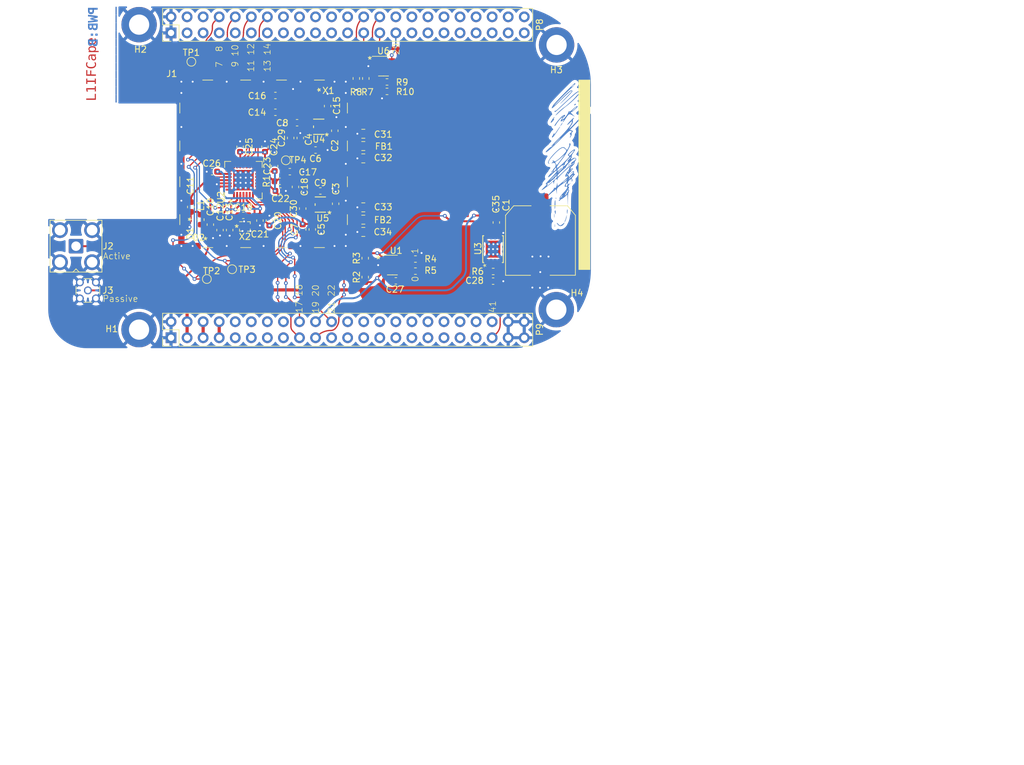
<source format=kicad_pcb>
(kicad_pcb (version 20240108) (generator "pcbnew") (generator_version "8.0")
  (title_block (title "L1IFCape") (date "2025-01-25") (rev "${PWB_VER}") (comment 1 "https://cern.ch/cern-ohl ") (comment 2 "License: CERN-OHL-W-2.0") (comment 3 "Maxim 2769 BeagleV-Fire Cape") (comment 4 "Author: W. Kyle Gilbertson"))
  (layers (0 "F.Cu" mixed) (31 "B.Cu" mixed) (34 "B.Paste" user) (35 "F.Paste" user) (36 "B.SilkS" user "B.Silkscreen") (37 "F.SilkS" user "F.Silkscreen") (38 "B.Mask" user) (39 "F.Mask" user) (44 "Edge.Cuts" user))
  (property "PWB_VER" "B")
  (property "SCH_VER" "2")
  (net 0 "")
  (net 1 "/BBClk")
  (net 2 "/GPIO_2.2 LED.2")
  (net 3 "/GPIO5NB1")
  (net 4 "/2V85D")
  (net 5 "/2V85A")
  (net 6 "Net-(U4-NR{slash}FB)")
  (net 7 "/CCC_SW_CLKIN_S_0")
  (net 8 "/PPS      LED.8")
  (net 9 "Net-(U5-NR{slash}FB)")
  (net 10 "/LNA1")
  (net 11 "Net-(D2-K)")
  (net 12 "/LNA2")
  (net 13 "/GPIO_2.0 LED.0")
  (net 14 "/HSIO15NB0{slash}DQS")
  (net 15 "/HSIO29PB0")
  (net 16 "/SPC_IRQ  LED.6")
  (net 17 "/GPIO52PB1{slash}LPRB_A")
  (net 18 "Net-(D1-K)")
  (net 19 "GND")
  (net 20 "/CLKIN_S_7")
  (net 21 "/ANTBIAS")
  (net 22 "Net-(U2-XTAL)")
  (net 23 "Net-(X1-CLK)")
  (net 24 "Net-(U2-CLKOUT)")
  (net 25 "/CCC_SE_CLKIN_S_10")
  (net 26 "/SQ0H")
  (net 27 "/SQ1H")
  (net 28 "/GPIO42NB1")
  (net 29 "/CCC_SE_PLL1_OUT1")
  (net 30 "/HSIO34NB0")
  (net 31 "/GPIO3NB1")
  (net 32 "/Blinky    LED.4")
  (net 33 "/CCC_NE_PLL1_OUT0")
  (net 34 "/CCC_SE_CLKIN_S_11")
  (net 35 "/GPIO36NB1")
  (net 36 "/GPIO_2.1 LED.1")
  (net 37 "/CCC_SW_CLKIN_S_1")
  (net 38 "/GPIO42PB1")
  (net 39 "/PWM_2:0")
  (net 40 "/GPIO53NB1")
  (net 41 "/GPIO50PB1{slash}DQS")
  (net 42 "/GPIO37NB1")
  (net 43 "/GPIO40NB1")
  (net 44 "/MMUART4 RX")
  (net 45 "/GPIO38PB1{slash}DQS")
  (net 46 "+3V3")
  (net 47 "+5V")
  (net 48 "/core_pwm(0)")
  (net 49 "/core_pwm(1)")
  (net 50 "/AIN1")
  (net 51 "/AIN0")
  (net 52 "/AIN3")
  (net 53 "/AIN2")
  (net 54 "/AIN5")
  (net 55 "/AIN6")
  (net 56 "/CCC_NW_CLKIN_N_1")
  (net 57 "/AIN4")
  (net 58 "+1V8")
  (net 59 "/SPI0.SDI")
  (net 60 "/CAN1.RX")
  (net 61 "/SPI0.SDO")
  (net 62 "/PWM_0:0")
  (net 63 "/GPIO46NB1")
  (net 64 "/CAN1.TX")
  (net 65 "/GPIO41NB1")
  (net 66 "/AGND")
  (net 67 "/~{SYS_RESET}")
  (net 68 "VBUS")
  (net 69 "/SPI1.SCL")
  (net 70 "/SPI1.CS0")
  (net 71 "/SI0H")
  (net 72 "/SI1H")
  (net 73 "/SPI0.CS0")
  (net 74 "Net-(U2-CPOUT)")
  (net 75 "Net-(C18-Pad1)")
  (net 76 "Net-(U2-LNAOUT)")
  (net 77 "Net-(U2-MIXIN)")
  (net 79 "/~{SHDN}")
  (net 80 "/GPIO52NB1{slash}LPRB_B")
  (net 81 "/SI0L")
  (net 82 "/SQ1L")
  (net 83 "/SQ0L")
  (net 84 "/~{IDLE}")
  (net 85 "/GPIO_2.3 LED.3")
  (net 86 "/LD")
  (net 88 "/ANTFLAG")
  (net 89 "/PWM_2:1")
  (net 95 "/I2C0.SCL")
  (net 96 "/I2C0.SDA")
  (net 97 "/SPI0.SCL")
  (net 98 "/SPI1.SDI")
  (net 99 "/HSIO19PB0")
  (net 100 "/SPI1.SDO")
  (net 101 "/MMUART4 TX")
  (net 102 "Net-(U3-VBAT)")
  (net 107 "/~{RTC_INTR}")
  (net 108 "/SI1L")
  (net 109 "Net-(U4-EN)")
  (net 110 "Net-(U5-EN)")
  (net 111 "/GPIO50NB1{slash}DQS")
  (net 112 "/SPI0.CS1")
  (net 113 "/CLKO")
  (net 114 "Net-(U6-IN-)")
  (net 115 "Net-(U1-WP)")
  (footprint "L1IF:PinHeader_2x23_P2.54mm_Vertical" (layer "F.Cu") (at 119.685 49.835 90)
    (property "Reference" "P8")
    (property "Value" "BeagleBone_Black_Header" (hide yes))
  )
  (footprint "L1IF:PinHeader_2x23_P2.54mm_Vertical" (layer "F.Cu") (at 119.685 98.095 90)
    (property "Reference" "P9")
    (property "Value" "BeagleBone_Black_Header" (hide yes))
  )
  (footprint "L1IF:C_0805_2012Metric" (layer "F.Cu") (at 150.1 67.75)
    (property "Reference" "FB1")
    (property "Value" "Ferrite_Bead")
  )
  (footprint "L1IF:C_0603_1608Metric" (layer "F.Cu") (at 139.624 64.059)
    (property "Reference" "C8")
    (property "Value" "10 nF")
  )
  (footprint "L1IF:10L_CQFN" (layer "F.Cu") (at 140.8336 61.0454 -90)
    (property "Reference" "X1")
    (property "Value" "SIT5156")
  )
  (footprint "L1IF:QPQ1060_1.4x1.2" (layer "F.Cu") (at 131.369 80.4755)
    (property "Reference" "X2")
    (property "Value" "QPQ1060")
  )
  (footprint "L1IF:C_0603_1608Metric" (layer "F.Cu") (at 133.75 79.55 90)
    (property "Reference" "C21")
    (property "Value" "100 nF")
  )
  (footprint "L1IF:C_0603_1608Metric" (layer "F.Cu") (at 128.956 81.05 90)
    (property "Reference" "C13")
    (property "Value" "100 nF")
  )
  (footprint "L1IF:C_0805_2012Metric" (layer "F.Cu") (at 150.1 65.8 180)
    (property "Reference" "C31")
    (property "Value" "4.7 uF")
  )
  (footprint "L1IF:C_0603_1608Metric" (layer "F.Cu") (at 136.9835 74.854)
    (property "Reference" "C22")
    (property "Value" "100 nF")
  )
  (footprint "L1IF:MountingHole_3.2mm_M3_DIN965_Pad" (layer "F.Cu") (at 180.64 93.65)
    (property "Reference" "H4")
    (property "Value" "MountingHole_3.2mm_M3_DIN965_Pad")
  )
  (footprint "L1IF:C_0603_1608Metric" (layer "F.Cu") (at 140.132 66.472 90)
    (property "Reference" "C4")
    (property "Value" "100 nF")
  )
  (footprint "L1IF:C_0603_1608Metric" (layer "F.Cu") (at 143.307 74.854 180)
    (property "Reference" "C9")
    (property "Value" "10 nF")
  )
  (footprint "L1IF:C_0603_1608Metric" (layer "F.Cu") (at 139.37 74.219 -90)
    (property "Reference" "C18")
    (property "Value" "470 pF")
  )
  (footprint "L1IF:QFN-28_EP_5.63x5.63_Pitch0.5mm" (layer "F.Cu") (at 131.139 73.149 90)
    (property "Reference" "U2")
    (property "Value" "MAX2769BETI+T")
  )
  (footprint "L1IF:C_0603_1608Metric" (layer "F.Cu") (at 140.513 80.95 -90)
    (property "Reference" "C7")
    (property "Value" "1.0 uF")
  )
  (footprint "L1IF:C_0603_1608Metric" (layer "F.Cu") (at 125.908 80.188 -90)
    (property "Reference" "C10")
    (property "Value" "470 pF")
  )
  (footprint "L1IF:C_0603_1608Metric" (layer "F.Cu") (at 134.544 67.869 -90)
    (property "Reference" "C24")
    (property "Value" "100 nF")
  )
  (footprint "L1IF:C_0603_1608Metric" (layer "F.Cu") (at 126.1885 71.806 180)
    (property "Reference" "C26")
    (property "Value" "100 nF")
  )
  (footprint "L1IF:C_0603_1608Metric" (layer "F.Cu") (at 122.8 77.394 -90)
    (property "Reference" "C11")
    (property "Value" "470 pF")
  )
  (footprint "L1IF:R_0603_1608Metric" (layer "F.Cu") (at 150.4 88.5 -90)
    (property "Reference" "R2")
    (property "Value" "2k")
  )
  (footprint "L1IF:MountingHole_3.2mm_M3_DIN965_Pad" (layer "F.Cu") (at 180.68 51.74)
    (property "Reference" "H3")
    (property "Value" "MountingHole_3.2mm_M3_DIN965_Pad")
  )
  (footprint "L1IF:C_0603_1608Metric" (layer "F.Cu") (at 140.513 77.648 90)
    (property "Reference" "C30")
    (property "Value" "NL")
  )
  (footprint "L1IF:Texas_DPY0002A_0.6x1mm_P0.65mm" (layer "F.Cu") (at 126.005 82.32)
    (property "Reference" "D2")
    (property "Value" "TPD1E01B04")
  )
  (footprint "L1IF:C_0805_2012Metric" (layer "F.Cu") (at 150.1 79.4)
    (property "Reference" "FB2")
    (property "Value" "Ferrite_Bead")
  )
  (footprint "L1IF:TPS717285DCK" (layer "F.Cu") (at 143.053 64.694 180)
    (property "Reference" "U4")
    (property "Value" "TPS717285DCK" (hide yes))
  )
  (footprint "L1IF:C_0603_1608Metric" (layer "F.Cu") (at 138.481 71.806)
    (property "Reference" "C17")
    (property "Value" "27 pF")
  )
  (footprint "L1IF:TestPoint_Pad_D1.0mm" (layer "F.Cu") (at 122.9 54.4)
    (property "Reference" "TP1")
    (property "Value" "ANTFLAG")
  )
  (footprint "L1IF:TestPoint_Pad_D1.0mm" (layer "F.Cu") (at 125.35 88.8)
    (property "Reference" "TP2")
    (property "Value" "LD")
  )
  (footprint "L1IF:R_0603_1608Metric" (layer "F.Cu") (at 153.85 57.6)
    (property "Reference" "R9")
    (property "Value" "10k")
  )
  (footprint "L1IF:MAX31343_TDFN" (layer "F.Cu") (at 170.624999 84.0677 90)
    (property "Reference" "U3")
    (property "Value" "MAX31343ETAY+T")
  )
  (footprint "L1IF:MMCX_Molex_73415-1471_Vertical" (layer "F.Cu") (at 106.53 90.602)
    (property "Reference" "J3")
    (property "Value" "MMCX")
  )
  (footprint "L1IF:C_0603_1608Metric" (layer "F.Cu") (at 131.115 78.72 180)
    (property "Reference" "C19")
    (property "Value" "NL")
  )
  (footprint "L1IF:SOT-23-5" (layer "F.Cu") (at 153.3 55.1)
    (property "Reference" "U6")
    (property "Value" "DS90LV012A")
  )
  (footprint "L1IF:C_0603_1608Metric" (layer "F.Cu") (at 145.72 76.886 90)
    (property "Reference" "C3")
    (property "Value" "1.0 uF")
  )
  (footprint "L1IF:R_0603_1608Metric" (layer "F.Cu") (at 150.5 57.05 90)
    (property "Reference" "R7")
    (property "Value" "10k")
  )
  (footprint "L1IF:R_0603_1608Metric" (layer "F.Cu") (at 150.4 85.5 90)
    (property "Reference" "R3")
    (property "Value" "2k")
  )
  (footprint "L1IF:R_0603_1608Metric" (layer "F.Cu") (at 158.35 87.55 180)
    (property "Reference" "R5")
    (property "Value" "NL")
  )
  (footprint "L1IF:L_0603_1608Metric" (layer "F.Cu") (at 124.4 79.4 90)
    (property "Reference" "L1")
    (property "Value" "33 nH")
  )
  (footprint "L1IF:C_0603_1608Metric" (layer "F.Cu") (at 145.593 65.329 90)
    (property "Reference" "C2")
    (property "Value" "1.0 uF")
  )
  (footprint "L1IF:C_0603_1608Metric" (layer "F.Cu") (at 136.068 70.917 -90)
    (property "Reference" "C23")
    (property "Value" "100 nF")
  )
  (footprint "L1IF:R_0603_1608Metric" (layer "F.Cu") (at 153.85 59.1 180)
    (property "Reference" "R10")
    (property "Value" "10k")
  )
  (footprint "L1IF:C_0603_1608Metric" (layer "F.Cu") (at 136.195 59.741 180)
    (property "Reference" "C16")
    (property "Value" "10 nF")
  )
  (footprint "L1IF:R_0603_1608Metric" (layer "F.Cu") (at 158.35 85.63)
    (property "Reference" "R4")
    (property "Value" "0")
  )
  (footprint "L1IF:Signature-Kyle" (layer "F.Cu") (at 183.058 66.853 90)
    (property "Reference" "G***" (hide yes))
    (property "Value" "LOGO" (hide yes))
  )
  (footprint "L1IF:MountingHole_3.2mm_M3_DIN965_Pad" (layer "F.Cu") (at 114.63 48.53)
    (property "Reference" "H2")
    (property "Value" "MountingHole_3.2mm_M3_DIN965_Pad")
  )
  (footprint "L1IF:C_0805_2012Metric" (layer "F.Cu") (at 150.1 77.45 180)
    (property "Reference" "C33")
    (property "Value" "4.7 uF")
  )
  (footprint "L1IF:C_0603_1608Metric" (layer "F.Cu") (at 155.25 89.0875 180)
    (property "Reference" "C27")
    (property "Value" "1.0 uF")
  )
  (footprint "L1IF:R_0603_1608Metric" (layer "F.Cu") (at 149 57.05 -90)
    (property "Reference" "R8")
    (property "Value" "10k")
  )
  (footprint "L1IF:C_EDLC_FCR_10.8x10.8" (layer "F.Cu") (at 178.15 82.7 -90)
    (property "Reference" "C1")
    (property "Value" "0.1 F")
  )
  (footprint "L1IF:C_0603_1608Metric" (layer "F.Cu") (at 144.45 61.4185 90)
    (property "Reference" "C15")
    (property "Value" "1.0 uF")
  )
  (footprint "L1IF:SOT-23-5" (layer "F.Cu") (at 154.7 86.5875)
    (property "Reference" "U1")
    (property "Value" "24CS256")
  )
  (footprint "L1IF:R_0603_1608Metric" (layer "F.Cu") (at 170.65 87.6)
    (property "Reference" "R6")
    (property "Value" "10k")
  )
  (footprint "L1IF:C_0603_1608Metric" (layer "F.Cu") (at 130.607 67.869 -90)
    (property "Reference" "C25")
    (property "Value" "100 nF")
  )
  (footprint "L1IF:MountingHole_3.2mm_M3_DIN965_Pad" (layer "F.Cu") (at 114.62 96.81)
    (property "Reference" "H1")
    (property "Value" "MountingHole_3.2mm_M3_DIN965_Pad")
  )
  (footprint "L1IF:TPS717285DCK" (layer "F.Cu") (at 143.307 77.013 180)
    (property "Reference" "U5")
    (property "Value" "TPS717285DCK" (hide yes))
  )
  (footprint "L1IF:C_0603_1608Metric" (layer "F.Cu") (at 142.037 80.95 -90)
    (property "Reference" "C5")
    (property "Value" "100 nF")
  )
  (footprint "L1IF:C_0603_1608Metric" (layer "F.Cu") (at 135.25 79.55 -90)
    (property "Reference" "C20")
    (property "Value" "100 pF")
  )
  (footprint "L1IF:Laird_Technologies_BMI-S-103_26.21x26.21mm" (layer "F.Cu") (at 134.325 70.565)
    (property "Reference" "J1")
    (property "Value" "RF_Shield_One_Piece")
  )
  (footprint "L1IF:C_0603_1608Metric" (layer "F.Cu") (at 142.545 68.377)
    (property "Reference" "C6")
    (property "Value" "1.0 uF")
  )
  (footprint "L1IF:C_0603_1608Metric" (layer "F.Cu") (at 170.637498 89.1354)
    (property "Reference" "C28")
    (property "Value" "1.0 uF")
  )
  (footprint "L1IF:C_0603_1608Metric" (layer "F.Cu") (at 138.608 66.472 90)
    (property "Reference" "C29")
    (property "Value" "NL")
  )
  (footprint "L1IF:C_0603_1608Metric" (layer "F.Cu") (at 127.432 81.0505 90)
    (property "Reference" "C12")
    (property "Value" "100 pF")
  )
  (footprint "L1IF:C_0603_1608Metric" (layer "F.Cu") (at 136.195 62.408 180)
    (property "Reference" "C14")
    (property "Value" "10 nF")
  )
  (footprint "L1IF:R_0603_1608Metric" (layer "F.Cu") (at 136.83 73.33)
    (property "Reference" "R1")
    (property "Value" "20k")
  )
  (footprint "L1IF:C_0805_2012Metric" (layer "F.Cu") (at 150.1 81.35 180)
    (property "Reference" "C34")
    (property "Value" "100 nF")
  )
  (footprint "L1IF:TestPoint_Pad_D1.0mm" (layer "F.Cu") (at 129.35 87.25)
    (property "Reference" "TP3")
    (property "Value" "~{SHDN}")
  )
  (footprint "L1IF:TestPoint_Pad_D1.0mm" (layer "F.Cu") (at 137.85 70)
    (property "Reference" "TP4")
    (property "Value" "CP")
  )
  (footprint "L1IF:C_0805_2012Metric" (layer "F.Cu") (at 150.1 69.7 180)
    (property "Reference" "C32")
    (property "Value" "100 nF")
  )
  (footprint "L1IF:C_0603_1608Metric" (layer "F.Cu") (at 171.15 79.85 90)
    (property "Reference" "C35")
    (property "Value" "1.0 uF")
  )
  (footprint "L1IF:Texas_DPY0002A_0.6x1mm_P0.65mm" (layer "F.Cu") (at 122.6 80.244 -90)
    (property "Reference" "D1")
    (property "Value" "TPD1E01B04")
  )
  (footprint "L1IF:SMA_Amphenol_901-143_Horizontal" (layer "F.Cu") (at 104.65 83.6 90)
    (property "Reference" "J2")
    (property "Value" "SMA")
  )
  (gr_rect (start 184.2 57.3) (end 185.95 87.3) (stroke (width 0.1)) (fill solid) (layer "F.SilkS"))
  (gr_arc (start 106.35 100) (mid 101.859872 98.140128) (end 100 93.65) (stroke (width 0.00254)) (layer "Edge.Cuts"))
  (gr_line (start 186.36 87.3) (end 186.36 58.09) (stroke (width 0.00254)) (layer "Edge.Cuts"))
  (gr_line (start 106.35 100) (end 173.66 100) (stroke (width 0.00254)) (layer "Edge.Cuts"))
  (gr_line (start 120.32 79.045) (end 100 79.045) (stroke (width 0.00254)) (layer "Edge.Cuts"))
  (gr_line (start 105.715 45.39) (end 105.715 61.265) (stroke (width 0.00254)) (layer "Edge.Cuts"))
  (gr_line (start 100 79.045) (end 100 93.65) (stroke (width 0.00254)) (layer "Edge.Cuts"))
  (gr_line (start 173.66 45.39) (end 105.715 45.39) (stroke (width 0.00254)) (layer "Edge.Cuts"))
  (gr_arc (start 186.36 87.3) (mid 182.640256 96.280256) (end 173.66 100) (stroke (width 0.00254)) (layer "Edge.Cuts"))
  (gr_arc (start 173.66 45.39) (mid 182.640256 49.109744) (end 186.36 58.09) (stroke (width 0.00254)) (layer "Edge.Cuts"))
  (gr_line (start 120.32 61.265) (end 120.32 79.045) (stroke (width 0.00254)) (layer "Edge.Cuts"))
  (gr_line (start 105.715 61.265) (end 120.32 61.265) (stroke (width 0.00254)) (layer "Edge.Cuts"))
  (gr_text "L1IFCape" (at 108.05 60.65 90) (layer "F.Cu") (effects (font (size 1.5 1.5) (thickness 0.1)) (justify left bottom)))
  (gr_text "PWB:${PWB_VER}\n____________\n" (at 110.85 45.7 90) (layer "B.Cu") (effects (font (size 1.5 1.5) (thickness 0.3) (bold yes)) (justify left bottom mirror)))
  (gr_text " 7  8" (at 127.9 56.15 90) (layer "F.SilkS") (effects (font (size 1 1) (thickness 0.1)) (justify left bottom)))
  (gr_text "1" (at 158.85 84.9 90) (layer "F.SilkS") (effects (font (size 1 1) (thickness 0.1)) (justify left bottom)))
  (gr_text "17 18" (at 140.55 94.25 90) (layer "F.SilkS") (effects (font (size 1 1) (thickness 0.1)) (justify left bottom)))
  (gr_text "29" (at 155.9 53.4 90) (layer "F.SilkS") (effects (font (size 1 1) (thickness 0.1)) (justify left bottom)))
  (gr_text "Active" (at 108.85 85.75 0) (layer "F.SilkS") (effects (font (size 1 1) (thickness 0.1)) (justify left bottom)))
  (gr_text "11 12" (at 132.9 56.1 90) (layer "F.SilkS") (effects (font (size 1 1) (thickness 0.1)) (justify left bottom)))
  (gr_text " 9 10" (at 130.4 56.1 90) (layer "F.SilkS") (effects (font (size 1 1) (thickness 0.1)) (justify left bottom)))
  (gr_text "Passive" (at 108.8 92.5 0) (layer "F.SilkS") (effects (font (size 1 1) (thickness 0.1)) (justify left bottom)))
  (gr_text "41" (at 171.15 94.2 90) (layer "F.SilkS") (effects (font (size 1 1) (thickness 0.1)) (justify left bottom)))
  (gr_text "19 20" (at 143.15 94.3 90) (layer "F.SilkS") (effects (font (size 1 1) (thickness 0.1)) (justify left bottom)))
  (gr_text "13 14" (at 135.5 56.1 90) (layer "F.SilkS") (effects (font (size 1 1) (thickness 0.1)) (justify left bottom)))
  (gr_text "21 22" (at 145.65 94.3 90) (layer "F.SilkS") (effects (font (size 1 1) (thickness 0.1)) (justify left bottom)))
  (gr_text "0" (at 157.65 88.25 -90) (layer "F.SilkS") (effects (font (size 1 1) (thickness 0.1)) (justify left bottom)))
  (segment (start 154.6 54.15) (end 154.6 53.35) (width 0.2) (layer "F.Cu") (net 1))
  (via (at 154.6 53.35) (size 0.6) (drill 0.3) (layers "F.Cu" "B.Cu") (net 1))
  (segment (start 155.245 49.835) (end 155.245 51.876573) (width 0.2) (layer "B.Cu") (net 1))
  (segment (start 154.659213 53.290787) (end 154.6 53.35) (width 0.2) (layer "B.Cu") (net 1))
  (arc (start 154.659213 53.290787) (mid 155.092759 52.64194) (end 155.245 51.876573) (width 0.2) (layer "B.Cu") (net 1))
  (segment (start 142.9192 62.281) (end 142.8586 62.2204) (width 0.3) (layer "F.Cu") (net 4))
  (segment (start 140.259 68.25) (end 140.386 68.377) (width 0.3) (layer "F.Cu") (net 4))
  (segment (start 140.132 67.3345) (end 138.608 67.3345) (width 0.3) (layer "F.Cu") (net 4))
  (segment (start 140.386 68.377) (end 141.6825 68.377) (width 0.3) (layer "F.Cu") (net 4))
  (segment (start 134.544 71.044) (end 134.544 68.7315) (width 0.3) (layer "F.Cu") (net 4))
  (segment (start 130.639 68.7635) (end 130.607 68.7315) (width 0.3) (layer "F.Cu") (net 4))
  (segment (start 135.941 67.3345) (end 134.544 68.7315) (width 0.3) (layer "F.Cu") (net 4))
  (segment (start 130.639 70.809) (end 130.639 68.7635) (width 0.3) (layer "F.Cu") (net 4))
  (segment (start 133.939 71.649) (end 134.544 71.044) (width 0.3) (layer "F.Cu") (net 4))
  (segment (start 141.953 65.343999) (end 140.259 67.037999) (width 0.3) (layer "F.Cu") (net 4))
  (segment (start 144.45 62.281) (end 142.9192 62.281) (width 0.3) (layer "F.Cu") (net 4))
  (segment (start 142.778 64.518999) (end 142.778 62.301) (width 0.3) (layer "F.Cu") (net 4))
  (segment (start 141.953 65.343999) (end 142.778 64.518999) (width 0.3) (layer "F.Cu") (net 4))
  (segment (start 133.479 71.649) (end 133.939 71.649) (width 0.3) (layer "F.Cu") (net 4))
  (segment (start 140.259 67.037999) (end 140.259 68.25) (width 0.3) (layer "F.Cu") (net 4))
  (segment (start 138.608 67.3345) (end 135.941 67.3345) (width 0.3) (layer "F.Cu") (net 4))
  (segment (start 142.778 62.301) (end 142.8586 62.2204) (width 0.3) (layer "F.Cu") (net 4))
  (via (at 130.607 68.7315) (size 0.6) (drill 0.3) (layers "F.Cu" "B.Cu") (net 4))
  (via (at 134.544 68.7315) (size 0.6) (drill 0.3) (layers "F.Cu" "B.Cu") (net 4))
  (segment (start 134.544 68.7315) (end 130.607 68.7315) (width 0.3) (layer "B.Cu") (net 4))
  (segment (start 134.998 73.149) (end 135.179 73.33) (width 0.3) (layer "F.Cu") (net 5))
  (segment (start 141.360501 77.662999) (end 140.513 78.5105) (width 0.3) (layer "F.Cu") (net 5))
  (segment (start 127.394 72.149) (end 127.051 71.806) (width 0.3) (layer "F.Cu") (net 5))
  (segment (start 136.121 74.854) (end 137.137 75.87) (width 0.3) (layer "F.Cu") (net 5))
  (segment (start 142.207 77.662999) (end 141.360501 77.662999) (width 0.3) (layer "F.Cu") (net 5))
  (segment (start 131.139 75.489) (end 131.139 76.73324) (width 0.3) (layer "F.Cu") (net 5))
  (segment (start 135.179 73.33) (end 135.179 73.912) (width 0.3) (layer "F.Cu") (net 5))
  (segment (start 140.513 78.5105) (end 140.513 80.0875) (width 0.3) (layer "F.Cu") (net 5))
  (segment (start 138.1 75.87) (end 140.513 78.283) (width 0.3) (layer "F.Cu") (net 5))
  (segment (start 137.137 75.87) (end 138.1 75.87) (width 0.3) (layer "F.Cu") (net 5))
  (segment (start 131.139 76.73324) (end 131.139001 76.73324) (width 0.3) (layer "F.Cu") (net 5))
  (segment (start 140.513 80.0875) (end 140.513 80.061) (width 0.3) (layer "F.Cu") (net 5))
  (segment (start 131.139001 76.73324) (end 132.094762 77.689001) (width 0.3) (layer "F.Cu") (net 5))
  (segment (start 133.75 78.775) (end 133.75 77.68) (width 0.3) (layer "F.Cu") (net 5))
  (segment (start 135.179 73.912) (end 136.121 74.854) (width 0.3) (layer "F.Cu") (net 5))
  (segment (start 133.75 78.825) (end 135.25 80.325) (width 0.3) (layer "F.Cu") (net 5))
  (segment (start 134.6975 71.7795) (end 136.068 71.7795) (width 0.3) (layer "F.Cu") (net 5))
  (segment (start 128.799 72.149) (end 127.394 72.149) (width 0.3) (layer "F.Cu") (net 5))
  (segment (start 133.479 72.149) (end 134.328 72.149) (width 0.3) (layer "F.Cu") (net 5))
  (segment (start 140.513 78.283) (end 140.513 78.5105) (width 0.3) (layer "F.Cu") (net 5))
  (segment (start 134.328 72.149) (end 134.6975 71.7795) (width 0.3) (layer "F.Cu") (net 5))
  (segment (start 133.479 73.149) (end 134.998 73.149) (width 0.3) (layer "F.Cu") (net 5))
  (segment (start 140.513 80.0875) (end 142.037 80.0875) (width 0.3) (layer "F.Cu") (net 5))
  (segment (start 133.75 78.775) (end 133.75 78.825) (width 0.3) (layer "F.Cu") (net 5))
  (segment (start 133.75 77.68) (end 133.782 77.648) (width 0.3) (layer "F.Cu") (net 5))
  (segment (start 127.14 72.149) (end 127.051 72.06) (width 0.3) (layer "F.Cu") (net 5))
  (via (at 133.782 77.648) (size 0.6) (drill 0.3) (layers "F.Cu" "B.Cu") (net 5))
  (via (at 140.513 80.061) (size 0.6) (drill 0.3) (layers "F.Cu" "B.Cu") (net 5))
  (via (at 136.068 71.7795) (size 0.6) (drill 0.3) (layers "F.Cu" "B.Cu") (net 5))
  (via (at 132.094762 77.689001) (size 0.6) (drill 0.3) (layers "F.Cu" "B.Cu") (net 5))
  (via (at 127.051 71.806) (size 0.6) (drill 0.3) (layers "F.Cu" "B.Cu") (net 5))
  (via (at 136.121 74.854) (size 0.6) (drill 0.3) (layers "F.Cu" "B.Cu") (net 5))
  (via (at 135.25 80.325) (size 0.6) (drill 0.3) (layers "F.Cu" "B.Cu") (net 5))
  (segment (start 133.740999 77.689001) (end 133.782 77.648) (width 0.3) (layer "B.Cu") (net 5))
  (segment (start 135.25 80.325) (end 135.325 80.325) (width 0.3) (layer "B.Cu") (net 5))
  (segment (start 136.121 74.854) (end 136.121 71.8325) (width 0.3) (layer "B.Cu") (net 5))
  (segment (start 128.067 72.2845) (end 127.5885 71.806) (width 0.3) (layer "B.Cu") (net 5))
  (segment (start 133.782 77.267) (end 132.512 75.997) (width 0.3) (layer "B.Cu") (net 5))
  (segment (start 137.847641 79.045) (end 138.254359 79.045) (width 0.3) (layer "B.Cu") (net 5))
  (segment (start 127.5885 71.806) (end 127.051 71.806) (width 0.3) (layer "B.Cu") (net 5))
  (segment (start 132.512 75.997) (end 128.448 75.997) (width 0.3) (layer "B.Cu") (net 5))
  (segment (start 128.067 75.616) (end 128.067 72.2845) (width 0.3) (layer "B.Cu") (net 5))
  (segment (start 128.448 75.997) (end 128.067 75.616) (width 0.3) (layer "B.Cu") (net 5))
  (segment (start 132.094762 77.689001) (end 133.740999 77.689001) (width 0.3) (layer "B.Cu") (net 5))
  (segment (start 135.325 80.325) (end 135.726321 79.923679) (width 0.3) (layer "B.Cu") (net 5))
  (segment (start 136.121 71.8325) (end 136.068 71.7795) (width 0.3) (layer "B.Cu") (net 5))
  (segment (start 140.37568 79.92368) (end 140.513 80.061) (width 0.3) (layer "B.Cu") (net 5))
  (segment (start 133.782 77.648) (end 133.782 77.267) (width 0.3) (layer "B.Cu") (net 5))
  (arc (start 140.37568 79.92368) (mid 139.40241 79.273361) (end 138.254359 79.045) (width 0.3) (layer "B.Cu") (net 5))
  (arc (start 135.726321 79.923679) (mid 136.699591 79.273361) (end 137.847641 79.045) (width 0.3) (layer "B.Cu") (net 5))
  (segment (start 140.501499 64.044001) (end 140.4865 64.059) (width 0.3) (layer "F.Cu") (net 6))
  (segment (start 141.953 64.044001) (end 140.501499 64.044001) (width 0.3) (layer "F.Cu") (net 6))
  (segment (start 140.1585 64.059) (end 138.608 65.6095) (width 0.3) (layer "F.Cu") (net 6))
  (segment (start 140.4865 64.059) (end 140.1585 64.059) (width 0.3) (layer "F.Cu") (net 6))
  (segment (start 141.529 76.251) (end 141.529 75.235) (width 0.3) (layer "F.Cu") (net 9))
  (segment (start 142.207 76.363001) (end 141.641001 76.363001) (width 0.3) (layer "F.Cu") (net 9))
  (segment (start 141.529 75.235) (end 141.91 74.854) (width 0.3) (layer "F.Cu") (net 9))
  (segment (start 140.935499 76.363001) (end 140.513 76.7855) (width 0.3) (layer "F.Cu") (net 9))
  (segment (start 142.207 76.363001) (end 140.935499 76.363001) (width 0.3) (layer "F.Cu") (net 9))
  (segment (start 141.91 74.854) (end 142.4445 74.854) (width 0.3) (layer "F.Cu") (net 9))
  (segment (start 141.641001 76.363001) (end 141.529 76.251) (width 0.3) (layer "F.Cu") (net 9))
  (segment (start 125.908 79.3255) (end 125.908 76.570427) (width 0.3) (layer "F.Cu") (net 10))
  (segment (start 127.493239 74.156761) (end 127.493239 74.149) (width 0.3) (layer "F.Cu") (net 10))
  (segment (start 127.493239 74.149) (end 128.799 74.149) (width 0.3) (layer "F.Cu") (net 10))
  (segment (start 126.493787 75.156213) (end 127.493239 74.156761) (width 0.3) (layer "F.Cu") (net 10))
  (arc (start 125.908 76.570427) (mid 126.060241 75.80506) (end 126.493787 75.156213) (width 0.3) (layer "F.Cu") (net 10))
  (segment (start 124.215534 86.198466) (end 121.276466 89.137534) (width 0.3) (layer "F.Cu") (net 11))
  (segment (start 125.68 82.32) (end 125.68 82.662932) (width 0.3) (layer "F.Cu") (net 11))
  (segment (start 117.740932 90.602) (end 106.53 90.602) (width 0.3) (layer "F.Cu") (net 11))
  (segment (start 125.68 81.191) (end 125.68 82.32) (width 0.3) (layer "F.Cu") (net 11))
  (segment (start 125.908 80.963) (end 125.68 81.191) (width 0.3) (layer "F.Cu") (net 11))
  (arc (start 121.276466 89.137534) (mid 119.654349 90.221398) (end 117.740932 90.602) (width 0.3) (layer "F.Cu") (net 11))
  (arc (start 124.215534 86.198466) (mid 125.299398 84.576349) (end 125.68 82.662932) (width 0.3) (layer "F.Cu") (net 11))
  (segment (start 126.128427 73.149) (end 128.799 73.149) (width 0.3) (layer "F.Cu") (net 12))
  (segment (start 122.8 76.619) (end 122.8 76.477427) (width 0.3) (layer "F.Cu") (net 12))
  (segment (start 123.385787 75.063213) (end 124.714214 73.734786) (width 0.3) (layer "F.Cu") (net 12))
  (arc (start 124.714214 73.734786) (mid 125.36306 73.301241) (end 126.128427 73.149) (width 0.3) (layer "F.Cu") (net 12))
  (arc (start 123.385787 75.063213) (mid 122.952241 75.71206) (end 122.8 76.477427) (width 0.3) (layer "F.Cu") (net 12))
  (segment (start 117.82468 82.73832) (end 119.765321 80.797679) (width 0.3) (layer "F.Cu") (net 18))
  (segment (start 122.8 79.65) (end 122.8 78.169) (width 0.3) (layer "F.Cu") (net 18))
  (segment (start 122.8 78.169) (end 123.9565 78.169) (width 0.3) (layer "F.Cu") (net 18))
  (segment (start 122.8 79.65) (end 122.6 79.85) (width 0.3) (layer "F.Cu") (net 18))
  (segment (start 121.886641 79.919) (end 122.6 79.919) (width 0.3) (layer "F.Cu") (net 18))
  (segment (start 115.703359 83.617) (end 115.686359 83.6) (width 0.3) (layer "F.Cu") (net 18))
  (segment (start 115.686359 83.6) (end 104.65 83.6) (width 0.3) (layer "F.Cu") (net 18))
  (segment (start 122.6 79.85) (end 122.6 79.919) (width 0.3) (layer "F.Cu") (net 18))
  (segment (start 123.9565 78.169) (end 124.4 78.6125) (width 0.3) (layer "F.Cu") (net 18))
  (arc (start 121.886641 79.919) (mid 120.738591 80.147361) (end 119.765321 80.797679) (width 0.3) (layer "F.Cu") (net 18))
  (arc (start 115.703359 83.617) (mid 116.85141 83.388638) (end 117.82468 82.73832) (width 0.3) (layer "F.Cu") (net 18))
  (segment (start 142.037 81.8125) (end 140.513 81.8125) (width 0.3) (layer "F.Cu") (net 19))
  (segment (start 145.72 76.0235) (end 145.72 74.981) (width 0.3) (layer "F.Cu") (net 19))
  (segment (start 131.869 80.763) (end 131.869 80.815) (width 0.3) (layer "F.Cu") (net 19))
  (segment (start 139.37 75.0815) (end 140.6135 75.0815) (width 0.3) (layer "F.Cu") (net 19))
  (segment (start 159.3175 85.6925) (end 159.3175 84.68) (width 0.5) (layer "F.Cu") (net 19))
  (segment (start 138.7615 64.059) (end 137.846 64.059) (width 0.3) (layer "F.Cu") (net 19))
  (segment (start 171.6 82.15) (end 172.25 81.5) (width 0.3) (layer "F.Cu") (net 19))
  (segment (start 145.593 63.424) (end 145.847 63.17) (width 0.3) (layer "F.Cu") (net 19))
  (segment (start 127.074 73.649) (end 126.924 73.799) (width 0.3) (layer "F.Cu") (net 19))
  (segment (start 172.25 89.15) (end 171.427098 89.15) (width 0.5) (layer "F.Cu") (net 19))
  (segment (start 145.373461 76.720107) (end 145.72 76.373568) (width 0.3) (layer "F.Cu") (net 19))
  (segment (start 144.153 64.694) (end 145.3655 64.694) (width 0.3) (layer "F.Cu") (net 19))
  (segment (start 140.6135 75.0815) (end 140.64 75.108) (width 0.3) (layer "F.Cu") (net 19))
  (segment (start 127.074 73.649) (end 128.799 73.649) (width 0.3) (layer "F.Cu") (net 19))
  (segment (start 171.599998 82.15) (end 171.6 82.15) (width 0.3) (layer "F.Cu") (net 19))
  (segment (start 171.15 77.85) (end 171.15 79.075) (width 0.5) (layer "F.Cu") (net 19))
  (segment (start 142.037 81.8125) (end 143.2065 81.8125) (width 0.3) (layer "F.Cu") (net 19))
  (segment (start 131.369 79.807) (end 131.242 79.68) (width 0.3) (layer "F.Cu") (net 19))
  (segment (start 131.369 80.823) (end 130.988 81.204) (width 0.3) (layer "F.Cu") (net 19))
  (segment (start 131.369 80.763) (end 131.369 80.823) (width 0.3) (layer "F.Cu") (net 19))
  (segment (start 143.2065 81.8125) (end 143.434 81.585) (width 0.3) (layer "F.Cu") (net 19))
  (segment (start 138.8086 58.9054) (end 138.989 58.725) (width 0.3) (layer "F.Cu") (net 19))
  (segment (start 145.3655 64.694) (end 145.593 64.4665) (width 0.3) (layer "F.Cu") (net 19))
  (segment (start 152.4625 86.5875) (end 152.45 86.6) (width 0.5) (layer "F.Cu") (net 19))
  (segment (start 153.0625 60.2) (end 153.0625 59.1) (width 0.5) (layer "F.Cu") (net 19))
  (segment (start 145.593 64.4665) (end 145.593 63.424) (width 0.3) (layer "F.Cu") (net 19))
  (segment (start 143.4075 68.377) (end 144.45 68.377) (width 0.3) (layer "F.Cu") (net 19))
  (segment (start 149 57.8375) (end 149 58.85) (width 0.5) (layer "F.Cu") (net 19))
  (segment (start 144.407 77.013) (end 144.666354 77.013) (width 0.3) (layer "F.Cu") (net 19))
  (segment (start 154.475 87.112501) (end 154.475 89.0875) (width 0.5) (layer "F.Cu") (net 19))
  (segment (start 139.3435 71.806) (end 140.64 71.806) (width 0.3) (layer "F.Cu") (net 19))
  (segment (start 144.1695 74.854) (end 144.857048 74.854) (width 0.3) (layer "F.Cu") (net 19))
  (segment (start 131.369 80.188) (end 131.369 79.807) (width 0.3) (layer "F.Cu") (net 19))
  (segment (start 131.869 80.815) (end 132.258 81.204) (width 0.3) (layer "F.Cu") (net 19))
  (segment (start 138.8086 59.8704) (end 138.8086 58.9054) (width 0.3) (layer "F.Cu") (net 19))
  (segment (start 171.427098 89.15) (end 171.412498 89.1354) (width 0.5) (layer "F.Cu") (net 19))
  (segment (start 144.857048 74.854) (end 145.225024 74.486024) (width 0.3) (layer "F.Cu") (net 19))
  (segment (start 136.068 70.0545) (end 136.068 68.758) (width 0.3) (layer "F.Cu") (net 19))
  (segment (start 137.846 64.059) (end 137.465 64.44) (width 0.3) (layer "F.Cu") (net 19))
  (segment (start 145.72 76.373568) (end 145.72 76.0235) (width 0.3) (layer "F.Cu") (net 19))
  (segment (start 152 55.1) (end 150.9 55.1) (width 0.5) (layer "F.Cu") (net 19))
  (segment (start 153.4 86.5875) (end 152.4625 86.5875) (width 0.5) (layer "F.Cu") (net 19))
  (segment (start 153.949999 86.5875) (end 154.475 87.112501) (width 0.5) (layer "F.Cu") (net 19))
  (segment (start 153.4 86.5875) (end 153.949999 86.5875) (width 0.5) (layer "F.Cu") (net 19))
  (segment (start 144.45 60.556) (end 144.45 59.487) (width 0.3) (layer "F.Cu") (net 19))
  (via (at 134.544 67.0065) (size 0.6) (drill 0.3) (layers "F.Cu" "B.Cu") (net 19))
  (via (at 145.72 74.981) (size 0.6) (drill 0.3) (layers "F.Cu" "B.Cu") (net 19))
  (via (at 123.105 57.56) (size 0.6) (drill 0.3) (layers "F.Cu" "B.Cu") (net 19))
  (via (at 179.35 90.15) (size 0.6) (drill 0.3) (layers "F.Cu" "B.Cu") (net 19))
  (via (at 126.924 73.799) (size 0.6) (drill 0.3) (layers "F.Cu" "B.Cu") (net 19))
  (via (at 130.988 81.204) (size 0.6) (drill 0.3) (layers "F.Cu" "B.Cu") (net 19))
  (via (at 147.33 81.785) (size 0.6) (drill 0.3) (layers "F.Cu" "B.Cu") (net 19))
  (via (at 178.05 90.2) (size 0.6) (drill 0.3) (layers "F.Cu" "B.Cu") (net 19))
  (via (at 137.846 74.854) (size 0.6) (drill 0.3) (layers "F.Cu" "B.Cu") (net 19))
  (via (at 159.3175 84.68) (size 0.6) (drill 0.3) (layers "F.Cu" "B.Cu") (net 19))
  (via (at 149 58.85) (size 0.6) (drill 0.3) (layers "F.Cu" "B.Cu") (net 19))
  (via (at 178.1 87.7) (size 0.6) (drill 0.3) (layers "F.Cu" "B.Cu") (net 19))
  (via (at 147.33 59.345) (size 0.6) (drill 0.3) (layers "F.Cu" "B.Cu") (net 19))
  (via (at 140.16 57.56) (size 0.6) (drill 0.3) (layers "F.Cu" "B.Cu") (net 19))
  (via (at 149.1625 81.35) (size 0.6) (drill 0.3) (layers "F.Cu" "B.Cu") (net 19))
  (via (at 140.16 83.57) (size 0.6) (drill 0.3) (layers "F.Cu" "B.Cu") (net 19))
  (via (at 147.33 70.565) (size 0.6) (drill 0.3) (layers "F.Cu" "B.Cu") (net 19))
  (via (at 178.15 85.2) (size 0.6) (drill 0.3) (layers "F.Cu" "B.Cu") (net 19))
  (via (at 140.64 71.806) (size 0.6) (drill 0.3) (layers "F.Cu" "B.Cu") (net 19))
  (via (at 121.32 64.73) (size 0.6) (drill 0.3) (layers "F.Cu" "B.Cu") (net 19))
  (via (at 149.1625 65.8) (size 0.6) (drill 0.3) (layers "F.Cu" "B.Cu") (net 19))
  (via (at 121.32 76.4) (size 0.6) (drill 0.3) (layers "F.Cu" "B.Cu") (net 19))
  (via (at 147.33 76.4) (size 0.6) (drill 0.3) (layers "F.Cu" "B.Cu") (net 19))
  (via (at 134.325 57.56) (size 0.6) (drill 0.3) (layers "F.Cu" "B.Cu") (net 19))
  (via (at 126.33 82.32) (size 0.6) (drill 0.3) (layers "F.Cu" "B.Cu") (net 19))
  (via (at 145.847 63.17) (size 0.6) (drill 0.3) (layers "F.Cu" "B.Cu") (net 19))
  (via (at 121.32 81.785) (size 0.6) (drill 0.3) (layers "F.Cu" "B.Cu") (net 19))
  (via (at 140.64 75.108) (size 0.6) (drill 0.3) (layers "F.Cu" "B.Cu") (net 19))
  (via (at 128.49 57.56) (size 0.6) (drill 0.3) (layers "F.Cu" "B.Cu") (net 19))
  (via (at 137.465 64.44) (size 0.6) (drill 0.3) (layers "F.Cu" "B.Cu") (net 19))
  (via (at 121.32 57.56) (size 0.6) (drill 0.3) (layers "F.Cu" "B.Cu") (net 19))
  (via (at 145.545 83.57) (size 0.6) (drill 0.3) (layers "F.Cu" "B.Cu") (net 19))
  (via (at 144.45 68.377) (size 0.6) (drill 0.3) (layers "F.Cu" "B.Cu") (net 19))
  (via (at 138.989 58.725) (size 0.6) (drill 0.3) (layers "F.Cu" "B.Cu") (net 19))
  (via (at 152.45 86.6) (size 0.6) (drill 0.3) (layers "F.Cu" "B.Cu") (net 19))
  (via (at 128.49 83.57) (size 0.6) (drill 0.3) (layers "F.Cu" "B.Cu") (net 19))
  (via (at 134.325 83.57) (size 0.6) (drill 0.3) (layers "F.Cu" "B.Cu") (net 19))
  (via (at 121.32 83.57) (size 0.6) (drill 0.3) (layers "F.Cu" "B.Cu") (net 19))
  (via (at 176.85 85.25) (size 0.6) (drill 0.3) (layers "F.Cu" "B.Cu") (net 19))
  (via (at 128.956 81.9395) (size 0.6) (drill 0.3) (layers "F.Cu" "B.Cu") (net 19))
  (via (at 121.32 70.565) (size 0.6) (drill 0.3) (layers "F.Cu" "B.Cu") (net 19))
  (via (at 149.1625 69.7) (size 0.6) (drill 0.3) (layers "F.Cu" "B.Cu") (net 19))
  (via (at 140.132 65.697) (size 0.6) (drill 0.3) (layers "F.Cu" "B.Cu") (net 19))
  (via (at 150.9 55.1) (size 0.6) (drill 0.3) (layers "F.Cu" "B.Cu") (net 19))
  (via (at 121.32 59.345) (size 0.6) (drill 0.3) (layers "F.Cu" "B.Cu") (net 19))
  (via (at 125.326 71.806) (size 0.6) (drill 0.3) (layers "F.Cu" "B.Cu") (net 19))
  (via (at 127.432 81.913) (size 0.6) (drill 0.3) (layers "F.Cu" "B.Cu") (net 19))
  (via (at 145.545 57.56) (size 0.6) (drill 0.3) (layers "F.Cu" "B.Cu") (net 19))
  (via (at 133.75 80.325) (size 0.6) (drill 0.3) (layers "F.Cu" "B.Cu") (net 19))
  (via (at 147.33 57.56) (size 0.6) (drill 0.3) (layers "F.Cu" "B.Cu") (net 19))
  (via (at 172.25 81.5) (size 0.6) (drill 0.3) (layers "F.Cu" "B.Cu") (net 19))
  (via (at 176.85 90.15) (size 0.6) (drill 0.3) (layers "F.Cu" "B.Cu") (net 19))
  (via (at 145.225024 74.486024) (size 0.6) (drill 0.3) (layers "F.Cu" "B.Cu") (net 19))
  (via (at 147.33 64.73) (size 0.6) (drill 0.3) (layers "F.Cu" "B.Cu") (net 19))
  (via (at 153.0625 60.2) (size 0.6) (drill 0.3) (layers "F.Cu" "B.Cu") (net 19))
  (via (at 136.068 68.758) (size 0.6) (drill 0.3) (layers "F.Cu" "B.Cu") (net 19))
  (via (at 147.33 83.57) (size 0.6) (drill 0.3) (layers "F.Cu" "B.Cu") (net 19))
  (via (at 143.434 81.585) (size 0.6) (drill 0.3) (layers "F.Cu" "B.Cu") (net 19))
  (via (at 172.25 89.15) (size 0.6) (drill 0.3) (layers "F.Cu" "B.Cu") (net 19))
  (via (at 132.258 81.204) (size 0.6) (drill 0.3) (layers "F.Cu" "B.Cu") (net 19))
  (via (at 123.105 83.57) (size 0.6) (drill 0.3) (layers "F.Cu" "B.Cu") (net 19))
  (via (at 122.6 80.569) (size 0.6) (drill 0.3) (layers "F.Cu" "B.Cu") (net 19))
  (via (at 149.1625 77.45) (size 0.6) (drill 0.3) (layers "F.Cu" "B.Cu") (net 19))
  (via (at 130.607 67.0065) (size 0.6) (drill 0.3) (layers "F.Cu" "B.Cu") (net 19))
  (via (at 179.4 85.25) (size 0.6) (drill 0.3) (layers "F.Cu" "B.Cu") (net 19))
  (via (at 135.25 78.775) (size 0.6) (drill 0.3) (layers "F.Cu" "B.Cu") (net 19))
  (via (at 144.45 59.487) (size 0.6) (drill 0.3) (layers "F.Cu" "B.Cu") (net 19))
  (via (at 131.242 79.68) (size 0.6) (drill 0.3) (layers "F.Cu" "B.Cu") (net 19))
  (via (at 171.15 77.85) (size 0.6) (drill 0.3) (layers "F.Cu" "B.Cu") (net 19))
  (arc (start 145.373461 76.720107) (mid 145.049038 76.93688) (end 144.666354 77.013) (width 0.3) (layer "F.Cu") (net 19))
  (segment (start 130.639 76.921556) (end 130.639 77.007842) (width 0.3) (layer "F.Cu") (net 21))
  (segment (start 127.3195 80.163) (end 127.432 80.2755) (width 0.2) (layer "F.Cu") (net 21))
  (segment (start 127.432 80.188) (end 127.432 78.903) (width 0.3) (layer "F.Cu") (net 21))
  (segment (start 128.956 80.275) (end 127.4325 80.275) (width 0.3) (layer "F.Cu") (net 21))
  (segment (start 127.344 80.1875) (end 127.432 80.2755) (width 0.2) (layer "F.Cu") (net 21))
  (segment (start 127.4325 80.275) (end 127.432 80.2755) (width 0.3) (layer "F.Cu") (net 21))
  (segment (start 130.639 77.007842) (end 129.86 77.786842) (width 0.3) (layer "F.Cu") (net 21))
  (segment (start 127.432 78.903) (end 128.56 77.775) (width 0.3) (layer "F.Cu") (net 21))
  (segment (start 130.639 75.489) (end 130.639 76.921556) (width 0.3) (layer "F.Cu") (net 21))
  (segment (start 124.4 80.1875) (end 127.344 80.1875) (width 0.2) (layer "F.Cu") (net 21))
  (segment (start 127.4585 80.2145) (end 127.432 80.188) (width 0.3) (layer "F.Cu") (net 21))
  (via (at 128.56 77.775) (size 0.6) (drill 0.3) (layers "F.Cu" "B.Cu") (net 21))
  (via (at 129.86 77.786842) (size 0.6) (drill 0.3) (layers "F.Cu" "B.Cu") (net 21))
  (segment (start 128.642225 77.692775) (end 128.56 77.775) (width 0.3) (layer "B.Cu") (net 21))
  (segment (start 128.571842 77.786842) (end 128.56 77.775) (width 0.3) (layer "B.Cu") (net 21))
  (segment (start 129.86 77.786842) (end 128.571842 77.786842) (width 0.3) (layer "B.Cu") (net 21))
  (segment (start 134.795 62.408) (end 133.442595 63.760405) (width 0.2) (layer "F.Cu") (net 22))
  (segment (start 132.639 70.282) (end 132.639 70.809) (width 0.2) (layer "F.Cu") (net 22))
  (segment (start 133.442595 69.478405) (end 132.639 70.282) (width 0.2) (layer "F.Cu") (net 22))
  (segment (start 133.442595 63.760405) (end 133.442595 69.478405) (width 0.2) (layer "F.Cu") (net 22))
  (segment (start 135.3325 62.408) (end 134.795 62.408) (width 0.2) (layer "F.Cu") (net 22))
  (segment (start 138.621 62.408) (end 138.8086 62.2204) (width 0.3) (layer "F.Cu") (net 23))
  (segment (start 137.0575 62.408) (end 138.621 62.408) (width 0.3) (layer "F.Cu") (net 23))
  (segment (start 135.3325 59.741) (end 134.851 59.741) (width 0.2) (layer "F.Cu") (net 24))
  (segment (start 132.139 69.635095) (end 133.042595 68.7315) (width 0.2) (layer "F.Cu") (net 24))
  (segment (start 132.139 70.809) (end 132.139 69.635095) (width 0.2) (layer "F.Cu") (net 24))
  (segment (start 133.042595 68.7315) (end 133.042595 61.549405) (width 0.2) (layer "F.Cu") (net 24))
  (segment (start 134.851 59.741) (end 133.042595 61.549405) (width 0.2) (layer "F.Cu") (net 24))
  (segment (start 131.139 70.809) (end 131.139 69.503722) (width 0.2) (layer "F.Cu") (net 26))
  (segment (start 131.623 68.25) (end 131.670843 68.202157) (width 0.2) (layer "F.Cu") (net 26))
  (segment (start 134.244741 55.004) (end 148.116201 55.004) (width 0.2) (layer "F.Cu") (net 26))
  (segment (start 131.139 69.503722) (end 131.623 69.019722) (width 0.2) (layer "F.Cu") (net 26))
  (segment (start 152.433679 47.566321) (end 152.705 47.295) (width 0.2) (layer "F.Cu") (net 26))
  (segment (start 149.530414 54.418214) (end 150.67632 53.272308) (width 0.2) (layer "F.Cu") (net 26))
  (segment (start 131.670843 68.202157) (end 131.670843 57.163685) (width 0.2) (layer "F.Cu") (net 26))
  (segment (start 151.555 51.150987) (end 151.555 49.687641) (width 0.2) (layer "F.Cu") (net 26))
  (segment (start 131.963736 56.456578) (end 132.830527 55.589787) (width 0.2) (layer "F.Cu") (net 26))
  (segment (start 131.623 69.019722) (end 131.623 68.25) (width 0.2) (layer "F.Cu") (net 26))
  (arc (start 150.67632 53.272308) (mid 151.326639 52.299038) (end 151.555 51.150987) (width 0.2) (layer "F.Cu") (net 26))
  (arc (start 148.116201 55.004) (mid 148.881568 54.851759) (end 149.530414 54.418214) (width 0.2) (layer "F.Cu") (net 26))
  (arc (start 132.830527 55.589787) (mid 133.479374 55.156241) (end 134.244741 55.004) (width 0.2) (layer "F.Cu") (net 26))
  (arc (start 151.555 49.687641) (mid 151.783361 48.539591) (end 152.433679 47.566321) (width 0.2) (layer "F.Cu") (net 26))
  (arc (start 131.670843 57.163685) (mid 131.746963 56.781002) (end 131.963736 56.456578) (width 0.2) (layer "F.Cu") (net 26))
  (segment (start 132.070843 69.137565) (end 132.070843 57.329371) (width 0.2) (layer "F.Cu") (net 27))
  (segment (start 131.639 69.569408) (end 132.070843 69.137565) (width 0.2) (layer "F.Cu") (net 27))
  (segment (start 132.363736 56.622264) (end 132.996213 55.989787) (width 0.2) (layer "F.Cu") (net 27))
  (segment (start 149.6961 54.818214) (end 151.82632 52.687994) (width 0.2) (layer "F.Cu") (net 27))
  (segment (start 134.410427 55.404) (end 148.281887 55.404) (width 0.2) (layer "F.Cu") (net 27))
  (segment (start 131.639 70.809) (end 131.639 69.569408) (width 0.2) (layer "F.Cu") (net 27))
  (segment (start 152.705 50.566673) (end 152.705 49.835) (width 0.2) (layer "F.Cu") (net 27))
  (arc (start 151.82632 52.687994) (mid 152.476638 51.714724) (end 152.705 50.566673) (width 0.2) (layer "F.Cu") (net 27))
  (arc (start 148.281887 55.404) (mid 149.047254 55.251759) (end 149.6961 54.818214) (width 0.2) (layer "F.Cu") (net 27))
  (arc (start 132.363736 56.622264) (mid 132.146963 56.946687) (end 132.070843 57.329371) (width 0.2) (layer "F.Cu") (net 27))
  (arc (start 132.996213 55.989787) (mid 133.64506 55.556241) (end 134.410427 55.404) (width 0.2) (layer "F.Cu") (net 27))
  (segment (start 148.944607 88.005393) (end 148.792893 88.157107) (width 0.5) (layer "F.Cu") (net 46))
  (segment (start 148.5 88.864214) (end 148.5 90.526) (width 0.5) (layer "F.Cu") (net 46))
  (segment (start 122.225 98.095) (end 122.225 95.555) (width 0.5) (layer "F.Cu") (net 46))
  (segment (start 124.167107 90.818893) (end 122.517893 92.468107) (width 0.5) (layer "F.Cu") (net 46))
  (segment (start 148.5 90.526) (end 124.874214 90.526) (width 0.5) (layer "F.Cu") (net 46))
  (segment (start 122.225 93.175214) (end 122.225 95.555) (width 0.5) (layer "F.Cu") (net 46))
  (segment (start 170.299998 88.6979) (end 169.862498 89.1354) (width 0.3) (layer "F.Cu") (net 46))
  (segment (start 150.4 87.7125) (end 149.651714 87.7125) (width 0.5) (layer "F.Cu") (net 46))
  (segment (start 151.5985 90.526) (end 148.5 90.526) (width 0.5) (layer "F.Cu") (net 46))
  (segment (start 170.299998 85.9854) (end 170.299998 88.6979) (width 0.3) (layer "F.Cu") (net 46))
  (arc (start 148.792893 88.157107) (mid 148.57612 88.48153) (end 148.5 88.864214) (width 0.5) (layer "F.Cu") (net 46))
  (arc (start 124.874214 90.526) (mid 124.491531 90.60212) (end 124.167107 90.818893) (width 0.5) (layer "F.Cu") (net 46))
  (arc (start 122.225 93.175214) (mid 122.30112 92.792531) (end 122.517893 92.468107) (width 0.5) (layer "F.Cu") (net 46))
  (arc (start 148.944607 88.005393) (mid 149.26903 87.78862) (end 149.651714 87.7125) (width 0.5) (layer "F.Cu") (net 46))
  (segment (start 124.765 95.555) (end 124.765 98.095) (width 0.5) (layer "F.Cu") (net 47))
  (segment (start 134.380157 75.54875) (end 135.415564 76.584157) (width 0.2) (layer "F.Cu") (net 61))
  (segment (start 135.508251 76.584157) (end 138.151 79.226906) (width 0.2) (layer "F.Cu") (net 61))
  (segment (start 139.712107 93.312107) (end 138.5 92.1) (width 0.2) (layer "F.Cu") (net 61))
  (segment (start 138.05 91.65) (end 137.85 91.65) (width 0.2) (layer "F.Cu") (net 61))
  (segment (start 140.005 95.555) (end 140.005 94.019214) (width 0.2) (layer "F.Cu") (net 61))
  (segment (start 138.151 79.226906) (end 138.423326 79.499232) (width 0.2) (layer "F.Cu") (net 61))
  (segment (start 137.85 89.45) (end 137.85 86.904214) (width 0.2) (layer "F.Cu") (net 61))
  (segment (start 135.415564 76.584157) (end 135.508251 76.584157) (width 0.2) (layer "F.Cu") (net 61))
  (segment (start 137.85 86.904214) (end 138.634214 86.12) (width 0.2) (layer "F.Cu") (net 61))
  (segment (start 138.5 92.1) (end 138.05 91.65) (width 0.2) (layer "F.Cu") (net 61))
  (segment (start 138.423326 79.499232) (end 138.423326 80.915481) (width 0.2) (layer "F.Cu") (net 61))
  (segment (start 134.380157 74.890843) (end 134.380157 75.54875) (width 0.2) (layer "F.Cu") (net 61))
  (segment (start 133.479 74.649) (end 134.138314 74.649) (width 0.2) (layer "F.Cu") (net 61))
  (segment (start 134.138314 74.649) (end 134.380157 74.890843) (width 0.2) (layer "F.Cu") (net 61))
  (via (at 137.85 89.45) (size 0.6) (drill 0.3) (layers "F.Cu" "B.Cu") (net 61))
  (via (at 137.85 91.65) (size 0.6) (drill 0.3) (layers "F.Cu" "B.Cu") (net 61))
  (via (at 138.634214 86.12) (size 0.6) (drill 0.3) (layers "F.Cu" "B.Cu") (net 61))
  (via (at 138.423326 80.915481) (size 0.6) (drill 0.3) (layers "F.Cu" "B.Cu") (net 61))
  (arc (start 140.005 94.019214) (mid 139.92888 93.636531) (end 139.712107 93.312107) (width 0.2) (layer "F.Cu") (net 61))
  (segment (start 137.022893 84.922893) (end 137.927107 85.827107) (width 0.2) (layer "B.Cu") (net 61))
  (segment (start 138.423326 80.915481) (end 138.423326 80.986674) (width 0.2) (layer "B.Cu") (net 61))
  (segment (start 137.85 91.65) (end 137.85 89.45) (width 0.2) (layer "B.Cu") (net 61))
  (segment (start 136.73 83.094214) (end 136.73 84.215786) (width 0.2) (layer "B.Cu") (net 61))
  (segment (start 138.423326 80.986674) (end 137.022893 82.387107) (width 0.2) (layer "B.Cu") (net 61))
  (arc (start 137.927107 85.827107) (mid 138.25153 86.04388) (end 138.634214 86.12) (width 0.2) (layer "B.Cu") (net 61))
  (arc (start 137.022893 84.922893) (mid 136.80612 84.59847) (end 136.73 84.215786) (width 0.2) (layer "B.Cu") (net 61))
  (arc (start 137.022893 82.387107) (mid 136.80612 82.71153) (end 136.73 83.094214) (width 0.2) (layer "B.Cu") (net 61))
  (segment (start 170.485 95.555) (end 170.485 94.965) (width 0.2) (layer "F.Cu") (net 62))
  (segment (start 127.305 95.555) (end 127.305 98.095) (width 0.5) (layer "F.Cu") (net 68))
  (segment (start 157.785 98.095) (end 157.393679 97.703679) (width 0.2) (layer "F.Cu") (net 69))
  (segment (start 129.718 66.591278) (end 131.270843 65.038435) (width 0.2) (layer "F.Cu") (net 71))
  (segment (start 130.139 69.567722) (end 129.718 69.146722) (width 0.2) (layer "F.Cu") (net 71))
  (segment (start 150.165 52.389515) (end 150.165 49.835) (width 0.2) (layer "F.Cu") (net 71))
  (segment (start 131.270843 65.038435) (end 131.270843 56.997999) (width 0.2) (layer "F.Cu") (net 71))
  (segment (start 134.079055 54.604) (end 147.950515 54.604) (width 0.2) (layer "F.Cu") (net 71))
  (segment (start 129.718 69.146722) (end 129.718 66.591278) (width 0.2) (layer "F.Cu") (net 71))
  (segment (start 149.364728 54.018214) (end 149.579213 53.803729) (width 0.2) (layer "F.Cu") (net 71))
  (segment (start 131.563736 56.290892) (end 132.664841 55.189787) (width 0.2) (layer "F.Cu") (net 71))
  (segment (start 130.139 70.809) (end 130.139 69.567722) (width 0.2) (layer "F.Cu") (net 71))
  (arc (start 131.270843 56.997999) (mid 131.346963 56.615316) (end 131.563736 56.290892) (width 0.2) (layer "F.Cu") (net 71))
  (arc (start 132.664841 55.189787) (mid 133.313688 54.756241) (end 134.079055 54.604) (width 0.2) (layer "F.Cu") (net 71))
  (arc (start 149.579213 53.803729) (mid 150.012759 53.154882) (end 150.165 52.389515) (width 0.2) (layer "F.Cu") (net 71))
  (arc (start 147.950515 54.604) (mid 148.715882 54.451759) (end 149.364728 54.018214) (width 0.2) (layer "F.Cu") (net 71))
  (segment (start 149.015 51.807573) (end 149.015 49.687641) (width 0.2) (layer "F.Cu") (net 72))
  (segment (start 129.318 61.166843) (end 130.870843 59.614) (width 0.2) (layer "F.Cu") (net 72))
  (segment (start 129.639 70.809) (end 129.639 69.695) (width 0.2) (layer "F.Cu") (net 72))
  (segment (start 149.022 51.814573) (end 149.015 51.807573) (width 0.2) (layer "F.Cu") (net 72))
  (segment (start 147.739893 53.911107) (end 148.729107 52.921893) (width 0.2) (layer "F.Cu") (net 72))
  (segment (start 149.022 52.214786) (end 149.022 51.814573) (width 0.2) (layer "F.Cu") (net 72))
  (segment (start 129.591 69.647) (end 129.591 69.585408) (width 0.2) (layer "F.Cu") (net 72))
  (segment (start 130.861 57.236683) (end 130.861 56.472214) (width 0.2) (layer "F.Cu") (net 72))
  (segment (start 129.591 69.585408) (end 129.318 69.312408) (width 0.2) (layer "F.Cu") (net 72))
  (segment (start 129.639 69.695) (end 129.591 69.647) (width 0.2) (layer "F.Cu") (net 72))
  (segment (start 130.870843 59.614) (end 130.870843 57.246526) (width 0.2) (layer "F.Cu") (net 72))
  (segment (start 129.318 69.312408) (end 129.318 61.166843) (width 0.2) (layer "F.Cu") (net 72))
  (segment (start 149.893679 47.566321) (end 150.165 47.295) (width 0.2) (layer "F.Cu") (net 72))
  (segment (start 130.870843 57.246526) (end 130.861 57.236683) (width 0.2) (layer "F.Cu") (net 72))
  (segment (start 131.153893 55.765107) (end 131.83632 55.08268) (width 0.2) (layer "F.Cu") (net 72))
  (segment (start 133.957641 54.204) (end 147.032786 54.204) (width 0.2) (layer "F.Cu") (net 72))
  (arc (start 149.015 49.687641) (mid 149.243361 48.539591) (end 149.893679 47.566321) (width 0.2) (layer "F.Cu") (net 72))
  (arc (start 147.032786 54.204) (mid 147.415469 54.12788) (end 147.739893 53.911107) (width 0.2) (layer "F.Cu") (net 72))
  (arc (start 131.83632 55.08268) (mid 132.80959 54.432362) (end 133.957641 54.204) (width 0.2) (layer "F.Cu") (net 72))
  (arc (start 130.861 56.472214) (mid 130.93712 56.089531) (end 131.153893 55.765107) (width 0.2) (layer "F.Cu") (net 72))
  (arc (start 148.729107 52.921893) (mid 148.94588 52.59747) (end 149.022 52.214786) (width 0.2) (layer "F.Cu") (net 72))
  (segment (start 133.479 73.649) (end 134.279604 73.649) (width 0.2) (layer "F.Cu") (net 73))
  (segment (start 136.842893 92.492893) (end 138.064214 93.714214) (width 0.2) (layer "F.Cu") (net 73))
  (segment (start 135.7 75.629) (end 139.624 79.553) (width 0.2) (layer "F.Cu") (net 73))
  (segment (start 140.005 98.095) (end 140.396321 97.703679) (width 0.2) (layer "F.Cu") (net 73))
  (segment (start 134.279604 73.649) (end 135.2835 74.652896) (width 0.2) (layer "F.Cu") (net 73))
  (segment (start 136.55 86.717688) (end 136.55 89.4) (width 0.2) (layer "F.Cu") (net 73))
  (segment (start 139.624 82.016) (end 139.41 82.23) (width 0.2) (layer "F.Cu") (net 73))
  (segment (start 135.2835 74.652896) (end 135.2835 75.320722) (width 0.2) (layer "F.Cu") (net 73))
  (segment (start 135.2835 75.320722) (end 135.591778 75.629) (width 0.2) (layer "F.Cu") (net 73))
  (segment (start 138.497688 84.77) (end 136.55 86.717688) (width 0.2) (layer "F.Cu") (net 73))
  (segment (start 139.624 79.553) (end 139.624 82.016) (width 0.2) (layer "F.Cu") (net 73))
  (segment (start 138.65 96.325786) (end 138.65 96.05) (width 0.2) (layer "F.Cu") (net 73))
  (segment (start 140.005 98.095) (end 138.942893 97.032893) (width 0.2) (layer "F.Cu") (net 73))
  (segment (start 136.55 91.65) (end 136.55 91.785786) (width 0.2) (layer "F.Cu") (net 73))
  (segment (start 138.65 95.128427) (end 138.65 96.05) (width 0.2) (layer "F.Cu") (net 73))
  (segment (start 135.591778 75.629) (end 135.7 75.629) (width 0.2) (layer "F.Cu") (net 73))
  (via (at 138.497688 84.77) (size 0.6) (drill 0.3) (layers "F.Cu" "B.Cu") (net 73))
  (via (at 136.55 91.65) (size 0.6) (drill 0.3) (layers "F.Cu" "B.Cu") (net 73))
  (via (at 136.55 89.4) (size 0.6) (drill 0.3) (layers "F.Cu" "B.Cu") (net 73))
  (via (at 139.41 82.23) (size 0.6) (drill 0.3) (layers "F.Cu" "B.Cu") (net 73))
  (arc (start 138.65 96.325786) (mid 138.72612 96.708469) (end 138.942893 97.032893) (width 0.2) (layer "F.Cu") (net 73))
  (arc (start 136.842893 92.492893) (mid 136.62612 92.16847) (end 136.55 91.785786) (width 0.2) (layer "F.Cu") (net 73))
  (arc (start 138.65 95.128427) (mid 138.497759 94.36306) (end 138.064214 93.714214) (width 0.2) (layer "F.Cu") (net 73))
  (segment (start 136.55 89.4) (end 136.55 91.65) (width 0.2) (layer "B.Cu") (net 73))
  (segment (start 137.822893 84.591521) (end 137.864372 84.633) (width 0.2) (layer "B.Cu") (net 73))
  (segment (start 137.864372 84.633) (end 138.001372 84.77) (width 0.2) (layer "B.Cu") (net 73))
  (segment (start 138.018479 82.522893) (end 137.822893 82.718479) (width 0.2) (layer "B.Cu") (net 73))
  (segment (start 138.001372 84.77) (end 138.497688 84.77) (width 0.2) (layer "B.Cu") (net 73))
  (segment (start 139.41 82.23) (end 138.725586 82.23) (width 0.2) (layer "B.Cu") (net 73))
  (segment (start 137.53 83.425586) (end 137.53 83.884414) (width 0.2) (layer "B.Cu") (net 73))
  (arc (start 137.53 83.884414) (mid 137.60612 84.267097) (end 137.822893 84.591521) (width 0.2) (layer "B.Cu") (net 73))
  (arc (start 137.53 83.425586) (mid 137.60612 83.042903) (end 137.822893 82.718479) (width 0.2) (layer "B.Cu") (net 73))
  (arc (start 138.018479 82.522893) (mid 138.342902 82.30612) (end 138.725586 82.23) (width 0.2) (layer "B.Cu") (net 73))
  (segment (start 137.846 70.028) (end 137.846 71.5785) (width 0.3) (layer "F.Cu") (net 74))
  (segment (start 136.332104 73.33) (end 136.0425 73.33) (width 0.3) (layer "F.Cu") (net 74))
  (segment (start 137.6185 71.806) (end 137.6185 72.3515) (width 0.3) (layer "F.Cu") (net 74))
  (segment (start 137.157104 72.505) (end 136.332104 73.33) (width 0.3) (layer "F.Cu") (net 74))
  (segment (start 137.846 71.5785) (end 137.6185 71.806) (width 0.3) (layer "F.Cu") (net 74))
  (segment (start 133.479 72.649) (end 135.26 72.649) (width 0.3) (layer "F.Cu") (net 74))
  (segment (start 135.941 73.33) (end 136.0425 73.33) (width 0.3) (layer "F.Cu") (net 74))
  (segment (start 135.26 72.649) (end 135.941 73.33) (width 0.3) (layer "F.Cu") (net 74))
  (segment (start 137.465 72.505) (end 137.157104 72.505) (width 0.3) (layer "F.Cu") (net 74))
  (segment (start 137.6185 72.3515) (end 137.465 72.505) (width 0.3) (layer "F.Cu") (net 74))
  (segment (start 137.6175 73.33) (end 139.3435 73.33) (width 0.3) (layer "F.Cu") (net 75))
  (segment (start 139.3435 73.33) (end 139.37 73.3565) (width 0.3) (layer "F.Cu") (net 75))
  (segment (start 129.821 76.632) (end 129.464 76.632) (width 0.3) (layer "F.Cu") (net 76))
  (segment (start 129.464 78.664) (end 130.2525 78.664) (width 0.3) (layer "F.Cu") (net 76))
  (segment (start 130.869 80.4755) (end 130.5135 80.4755) (width 0.3) (layer "F.Cu") (net 76))
  (segment (start 129.21 78.41) (end 129.464 78.664) (width 0.3) (layer "F.Cu") (net 76))
  (segment (start 129.21 76.886) (end 129.21 78.41) (width 0.3) (layer "F.Cu") (net 76))
  (segment (start 130.5135 80.4755) (end 130.2525 80.2145) (width 0.3) (layer "F.Cu") (net 76))
  (segment (start 130.2525 80.2145) (end 130.2525 78.664) (width 0.3) (layer "F.Cu") (net 76))
  (segment (start 129.464 76.632) (end 129.21 76.886) (width 0.3) (layer "F.Cu") (net 76))
  (segment (start 130.139 75.489) (end 130.139 76.314) (width 0.3) (layer "F.Cu") (net 76))
  (segment (start 130.139 76.314) (end 129.821 76.632) (width 0.3) (layer "F.Cu") (net 76))
  (segment (start 131.639 75.489) (end 131.639 76.314) (width 0.3) (layer "F.Cu") (net 77))
  (segment (start 132.893 78.537) (end 132.893 77.568) (width 0.3) (layer "F.Cu") (net 77))
  (segment (start 131.9775 78.664) (end 131.9775 80.0795) (width 0.3) (layer "F.Cu") (net 77))
  (segment (start 131.639 76.314) (end 132.893 77.568) (width 0.3) (layer "F.Cu") (net 77))
  (segment (start 131.9775 78.664) (end 132.766 78.664) (width 0.3) (layer "F.Cu") (net 77))
  (segment (start 131.9775 80.0795) (end 131.869 80.188) (width 0.3) (layer "F.Cu") (net 77))
  (segment (start 132.766 78.664) (end 132.893 78.537) (width 0.3) (layer "F.Cu") (net 77))
  (segment (start 132.639 76.111918) (end 133.175082 76.648) (width 0.2) (layer "F.Cu") (net 79))
  (segment (start 135.249878 76.984157) (end 135.342565 76.984157) (width 0.2) (layer "F.Cu") (net 79))
  (segment (start 134.914472 85.903) (end 128.203 85.903) (width 0.2) (layer "F.Cu") (net 79))
  (segment (start 134.913721 76.648) (end 135.249878 76.984157) (width 0.2) (layer "F.Cu") (net 79))
  (segment (start 133.175082 76.648) (end 134.913721 76.648) (width 0.2) (layer "F.Cu") (net 79))
  (segment (start 125.6885 57.754141) (end 125.6885 68.563286) (width 0.2) (layer "F.Cu") (net 79))
  (segment (start 125.395607 69.270393) (end 123.495 71.171) (width 0.2) (layer "F.Cu") (net 79))
  (segment (start 132.639 75.489) (end 132.639 76.111918) (width 0.2) (layer "F.Cu") (net 79))
  (segment (start 131.15 49.772641) (end 131.15 49.807359) (width 0.2) (layer "F.Cu") (net 79))
  (segment (start 136.87232 84.359366) (end 135.621579 85.610107) (width 0.2) (layer "F.Cu") (net 79))
  (segment (start 128.203 85.903) (end 128.2 85.9) (width 0.2) (layer "F.Cu") (net 79))
  (segment (start 130.27132 51.92868) (end 126.567179 55.632821) (width 0.2) (layer "F.Cu") (net 79))
  (segment (start 137.751 79.392592) (end 137.751 82.238045) (width 0.2) (layer "F.Cu") (net 79))
  (segment (start 135.342565 76.984157) (end 137.751 79.392592) (width 0.2) (layer "F.Cu") (net 79))
  (segment (start 128.2 86.1) (end 129.35 87.25) (width 0.2) (layer "F.Cu") (net 79))
  (segment (start 132.385 47.295) (end 132.028679 47.651321) (width 0.2) (layer "F.Cu") (net 79))
  (segment (start 128.2 85.9) (end 128.2 86.1) (width 0.2) (layer "F.Cu") (net 79))
  (via (at 128.2 85.9) (size 0.6) (drill 0.3) (layers "F.Cu" "B.Cu") (net 79))
  (via (at 123.495 71.171) (size 0.6) (drill 0.3) (layers "F.Cu" "B.Cu") (net 79))
  (arc (start 130.27132 51.92868) (mid 130.921639 50.95541) (end 131.15 49.807359) (width 0.2) (layer "F.Cu") (net 79))
  (arc (start 132.028679 47.651321) (mid 131.378361 48.624591) (end 131.15 49.772641) (width 0.2) (layer "F.Cu") (net 79))
  (arc (start 126.567179 55.632821) (mid 125.916861 56.606091) (end 125.6885 57.754141) (width 0.2) (layer "F.Cu") (net 79))
  (arc (start 137.751 82.238045) (mid 137.522638 83.386096) (end 136.87232 84.359366) (width 0.2) (layer "F.Cu") (net 79))
  (arc (start 125.395607 69.270393) (mid 125.61238 68.94597) (end 125.6885 68.563286) (width 0.2) (layer "F.Cu") (net 79))
  (arc (start 135.621579 85.610107) (mid 135.297156 85.82688) (end 134.914472 85.903) (width 0.2) (layer "F.Cu") (net 79))
  (segment (start 128.2 85.9) (end 128.142641 85.9) (width 0.2) (layer "B.Cu") (net 79))
  (segment (start 123.768 81.525359) (end 123.768 71.444) (width 0.2) (layer "B.Cu") (net 79))
  (segment (start 123.768 71.444) (end 123.495 71.171) (width 0.2) (layer "B.Cu") (net 79))
  (segment (start 126.02132 85.02132) (end 124.646679 83.646679) (width 0.2) (layer "B.Cu") (net 79))
  (arc (start 124.646679 83.646679) (mid 123.996361 82.673409) (end 123.768 81.525359) (width 0.2) (layer "B.Cu") (net 79))
  (arc (start 126.02132 85.02132) (mid 126.99459 85.671639) (end 128.142641 85.9) (width 0.2) (layer "B.Cu") (net 79))
  (segment (start 126.339 72.649) (end 126.15 72.46) (width 0.2) (layer "F.Cu") (net 84))
  (segment (start 126.15 72.46) (end 126.15 57.464214) (width 0.2) (layer "F.Cu") (net 84))
  (segment (start 128.971574 55.878426) (end 133.064213 51.785787) (width 0.2) (layer "F.Cu") (net 84))
  (segment (start 128.799 72.649) (end 126.339 72.649) (width 0.2) (layer "F.Cu") (net 84))
  (segment (start 127.150001 56.464213) (end 127.55736 56.464213) (width 0.2) (layer "F.Cu") (net 84))
  (segment (start 126.442893 56.757107) (end 126.442894 56.757106) (width 0.2) (layer "F.Cu") (net 84))
  (segment (start 134.235786 47.984214) (end 134.925 47.295) (width 0.2) (layer "F.Cu") (net 84))
  (segment (start 133.65 50.371573) (end 133.65 49.398427) (width 0.2) (layer "F.Cu") (net 84))
  (arc (start 133.65 49.398427) (mid 133.802241 48.63306) (end 134.235786 47.984214) (width 0.2) (layer "F.Cu") (net 84))
  (arc (start 126.442893 56.757107) (mid 126.22612 57.08153) (end 126.15 57.464214) (width 0.2) (layer "F.Cu") (net 84))
  (arc (start 127.55736 56.464213) (mid 128.322727 56.311972) (end 128.971574 55.878426) (width 0.2) (layer "F.Cu") (net 84))
  (arc (start 127.150001 56.464213) (mid 126.767318 56.540333) (end 126.442894 56.757106) (width 0.2) (layer "F.Cu") (net 84))
  (arc (start 133.064213 51.785787) (mid 133.497759 51.13694) (end 133.65 50.371573) (width 0.2) (layer "F.Cu") (net 84))
  (segment (start 135.084192 77.384157) (end 135.176879 77.384157) (width 0.2) (layer "F.Cu") (net 86))
  (segment (start 128.6 50.572427) (end 128.6 50.1) (width 0.2) (layer "F.Cu") (net 86))
  (segment (start 136.47232 84.19368) (end 136.458571 84.207429) (width 0.2) (layer "F.Cu") (net 86))
  (segment (start 134.337251 85.086108) (end 128.770746 85.086108) (width 0.2) (layer "F.Cu") (net 86))
  (segment (start 120 83.743146) (end 120 82.65) (width 0.2) (layer "F.Cu") (net 86))
  (segment (start 132.139 76.177604) (end 133.009396 77.048) (width 0.2) (layer "F.Cu") (net 86))
  (segment (start 134.748035 77.048) (end 135.084192 77.384157) (width 0.2) (layer "F.Cu") (net 86))
  (segment (start 137.351 79.558278) (end 137.351 82.072359) (width 0.2) (layer "F.Cu") (net 86))
  (segment (start 123.4 88.8) (end 125.35 88.8) (width 0.2) (layer "F.Cu") (net 86))
  (segment (start 125.942319 86.257681) (end 123.4 88.8) (width 0.2) (layer "F.Cu") (net 86))
  (segment (start 135.176879 77.384157) (end 137.351 79.558278) (width 0.2) (layer "F.Cu") (net 86))
  (segment (start 125.949287 54.051567) (end 128.014214 51.98664) (width 0.2) (layer "F.Cu") (net 86))
  (segment (start 125.3635 67.745286) (end 125.3635 55.465781) (width 0.2) (layer "F.Cu") (net 86))
  (segment (start 121.75 87.15) (end 121.171573 86.571573) (width 0.2) (layer "F.Cu") (net 86))
  (segment (start 133.009396 77.048) (end 134.748035 77.048) (width 0.2) (layer "F.Cu") (net 86))
  (segment (start 128.6 50.1) (end 128.6 49.782641) (width 0.2) (layer "F.Cu") (net 86))
  (segment (start 122.479 71.044) (end 125.070607 68.452393) (width 0.2) (layer "F.Cu") (net 86))
  (segment (start 132.139 75.489) (end 132.139 76.177604) (width 0.2) (layer "F.Cu") (net 86))
  (segment (start 129.478679 47.661321) (end 129.845 47.295) (width 0.2) (layer "F.Cu") (net 86))
  (via (at 123.4 88.8) (size 0.6) (drill 0.3) (layers "F.Cu" "B.Cu") (net 86))
  (via (at 122.479 71.044) (size 0.6) (drill 0.3) (layers "F.Cu" "B.Cu") (net 86))
  (via (at 120 82.65) (size 0.6) (drill 0.3) (layers "F.Cu" "B.Cu") (net 86))
  (via (at 121.75 87.15) (size 0.6) (drill 0.3) (layers "F.Cu" "B.Cu") (net 86))
  (arc (start 137.351 82.072359) (mid 137.122639 83.22041) (end 136.47232 84.19368) (width 0.2) (layer "F.Cu") (net 86))
  (arc (start 136.458571 84.207429) (mid 135.485301 84.857747) (end 134.337251 85.086108) (width 0.2) (layer "F.Cu") (net 86))
  (arc (start 125.949287 54.051567) (mid 125.515741 54.700414) (end 125.3635 55.465781) (width 0.2) (layer "F.Cu") (net 86))
  (arc (start 125.070607 68.452393) (mid 125.28738 68.12797) (end 125.3635 67.745286) (width 0.2) (layer "F.Cu") (net 86))
  (arc (start 125.942319 86.257681) (mid 127.240012 85.39059) (end 128.770746 85.086108) (width 0.2) (layer "F.Cu") (net 86))
  (arc (start 128.6 49.782641) (mid 128.828361 48.634591) (end 129.478679 47.661321) (width 0.2) (layer "F.Cu") (net 86))
  (arc (start 128.014214 51.98664) (mid 128.447759 51.337794) (end 128.6 50.572427) (width 0.2) (layer "F.Cu") (net 86))
  (arc (start 120 83.743146) (mid 120.304482 85.27388) (end 121.171573 86.571573) (width 0.2) (layer "F.Cu") (net 86))
  (segment (start 120 82.65) (end 121.471573 82.65) (width 0.2) (layer "B.Cu") (net 86))
  (segment (start 123.368 81.167786) (end 123.368 75.55) (width 0.2) (layer "B.Cu") (net 86))
  (segment (start 121.75 87.15) (end 123.4 88.8) (width 0.2) (layer "B.Cu") (net 86))
  (segment (start 123.368 75.55) (end 123.368 72.347214) (width 0.2) (layer "B.Cu") (net 86))
  (segment (start 122.885787 82.064213) (end 123.075107 81.874893) (width 0.2) (layer "B.Cu") (net 86))
  (segment (start 123.075107 71.640107) (end 122.479 71.044) (width 0.2) (layer "B.Cu") (net 86))
  (arc (start 121.471573 82.65) (mid 122.23694 82.497759) (end 122.885787 82.064213) (width 0.2) (layer "B.Cu") (net 86))
  (arc (start 123.368 72.347214) (mid 123.29188 71.964531) (end 123.075107 71.640107) (width 0.2) (layer "B.Cu") (net 86))
  (arc (start 123.368 81.167786) (mid 123.29188 81.550469) (end 123.075107 81.874893) (width 0.2) (layer "B.Cu") (net 86))
  (segment (start 124.1635 54.4) (end 124.74348 53.82002) (width 0.2) (layer "F.Cu") (net 88))
  (segment (start 124.9635 66.875286) (end 124.9635 55.614214) (width 0.2) (layer "F.Cu") (net 88))
  (segment (start 125.036373 53.112913) (end 125.036373 51.912334) (width 0.2) (layer "F.Cu") (net 88))
  (segment (start 125.62216 50.49812) (end 125.644214 50.476066) (width 0.2) (layer "F.Cu") (net 88))
  (segment (start 126.23 49.061853) (end 126.23 48.784214) (width 0.2) (layer "F.Cu") (net 88))
  (segment (start 129.639 75.489) (end 129.639 75.820604) (width 0.2) (layer "F.Cu") (net 88))
  (segment (start 129.639 75.820604) (end 127.938604 77.521) (width 0.2) (layer "F.Cu") (net 88))
  (segment (start 122.9 54.4) (end 124.1635 54.4) (width 0.2) (layer "F.Cu") (net 88))
  (segment (start 122.352 69.901) (end 124.670607 67.582393) (width 0.2) (layer "F.Cu") (net 88))
  (segment (start 126.522893 48.077107) (end 127.305 47.295) (width 0.2) (layer "F.Cu") (net 88))
  (segment (start 127.938604 77.521) (end 126.67 77.521) (width 0.2) (layer "F.Cu") (net 88))
  (segment (start 124.1635 54.4) (end 124.670607 54.907107) (width 0.2) (layer "F.Cu") (net 88))
  (via (at 126.67 77.521) (size 0.6) (drill 0.3) (layers "F.Cu" "B.Cu") (net 88))
  (via (at 122.352 69.901) (size 0.6) (drill 0.3) (layers "F.Cu" "B.Cu") (net 88))
  (arc (start 126.23 48.784214) (mid 126.30612 48.401531) (end 126.522893 48.077107) (width 0.2) (layer "F.Cu") (net 88))
  (arc (start 125.644214 50.476066) (mid 126.077759 49.82722) (end 126.23 49.061853) (width 0.2) (layer "F.Cu") (net 88))
  (arc (start 125.036373 53.112913) (mid 124.960253 53.495596) (end 124.74348 53.82002) (width 0.2) (layer "F.Cu") (net 88))
  (arc (start 125.036373 51.912334) (mid 125.188614 51.146967) (end 125.62216 50.49812) (width 0.2) (layer "F.Cu") (net 88))
  (arc (start 124.9635 66.875286) (mid 124.88738 67.257969) (end 124.670607 67.582393) (width 0.2) (layer "F.Cu") (net 88))
  (arc (start 124.9635 55.614214) (mid 124.88738 55.231531) (end 124.670607 54.907107) (width 0.2) (layer "F.Cu") (net 88))
  (segment (start 124.168 75.019) (end 124.168 70.995471) (width 0.2) (layer "B.Cu") (net 88))
  (segment (start 124.168 75.019) (end 126.67 77.521) (width 0.2) (layer "B.Cu") (net 88))
  (segment (start 124.168 70.995471) (end 123.073529 69.901) (width 0.2) (layer "B.Cu") (net 88))
  (segment (start 123.073529 69.901) (end 122.352 69.901) (width 0.2) (layer "B.Cu") (net 88))
  (segment (start 142.81632 97.82368) (end 142.545 98.095) (width 0.2) (layer "F.Cu") (net 95))
  (segment (start 148.718653 85.298287) (end 147.83347 86.18347) (width 0.2) (layer "F.Cu") (net 95))
  (segment (start 150.4 84.7125) (end 150.132867 84.7125) (width 0.2) (layer "F.Cu") (net 95))
  (segment (start 147.05 89.776) (end 147 89.726) (width 0.2) (layer "F.Cu") (net 95))
  (segment (start 150.4 84.7125) (end 152.475 84.7125) (width 0.3) (layer "F.Cu") (net 95))
  (segment (start 169.65 82.15) (end 169.65 81.70061) (width 0.3) (layer "F.Cu") (net 95))
  (segment (start 145.649213 96.650787) (end 145.647893 96.652107) (width 0.2) (layer "F.Cu") (net 95))
  (segment (start 146.235 92.919427) (end 146.235 95.236573) (width 0.2) (layer "F.Cu") (net 95))
  (segment (start 169.357107 80.993503) (end 168.59939 80.235786) (width 0.3) (layer "F.Cu") (net 95))
  (segment (start 167.185177 79.65) (end 164.678427 79.65) (width 0.3) (layer "F.Cu") (net 95))
  (segment (start 147.05 91.276) (end 146.820786 91.505214) (width 0.2) (layer "F.Cu") (net 95))
  (segment (start 144.940786 96.945) (end 144.937641 96.945) (width 0.2) (layer "F.Cu") (net 95))
  (segment (start 147.05 89.776) (end 147.05 88.205141) (width 0.2) (layer "F.Cu") (net 95))
  (segment (start 152.475 84.7125) (end 153.4 85.6375) (width 0.3) (layer "F.Cu") (net 95))
  (segment (start 163.264213 79.064213) (end 163 78.8) (width 0.3) (layer "F.Cu") (net 95))
  (via (at 147.05 89.776) (size 0.6) (drill 0.3) (layers "F.Cu" "B.Cu") (net 95))
  (via (at 152.3 84.7) (size 0.6) (drill 0.3) (layers "F.Cu" "B.Cu") (net 95))
  (via (at 147.05 91.276) (size 0.6) (drill 0.3) (layers "F.Cu" "B.Cu") (net 95))
  (via (at 163 78.8) (size 0.6) (drill 0.3) (layers "F.Cu" "B.Cu") (net 95))
  (arc (start 168.59939 80.235786) (mid 167.950544 79.802241) (end 167.185177 79.65) (width 0.3) (layer "F.Cu") (net 95))
  (arc (start 146.235 92.919427) (mid 146.387241 92.15406) (end 146.820786 91.505214) (width 0.2) (layer "F.Cu") (net 95))
  (arc (start 144.937641 96.945) (mid 143.78959 97.173362) (end 142.81632 97.82368) (width 0.2) (layer "F.Cu") (net 95))
  (arc (start 164.678427 79.65) (mid 163.91306 79.497759) (end 163.264213 79.064213) (width 0.3) (layer "F.Cu") (net 95))
  (arc (start 169.65 81.70061) (mid 169.57388 81.317927) (end 169.357107 80.993503) (width 0.3) (layer "F.Cu") (net 95))
  (arc (start 145.647893 96.652107) (mid 145.32347 96.86888) (end 144.940786 96.945) (width 0.2) (layer "F.Cu") (net 95))
  (arc (start 146.235 95.236573) (mid 146.082759 96.00194) (end 145.649213 96.650787) (width 0.2) (layer "F.Cu") (net 95))
  (arc (start 150.132867 84.7125) (mid 149.3675 84.864741) (end 148.718653 85.298287) (width 0.2) (layer "F.Cu") (net 95))
  (arc (start 147.05 88.205141) (mid 147.278362 87.05709) (end 147.92868 86.08382) (width 0.2) (layer "F.Cu") (net 95))
  (segment (start 153.392893 84.407107) (end 158.414213 79.385787) (width 0.2) (layer "B.Cu") (net 95))
  (segment (start 152.3 84.7) (end 152.685786 84.7) (width 0.2) (layer "B.Cu") (net 95))
  (segment (start 147.05 89.776) (end 147.05 91.276) (width 0.2) (layer "B.Cu") (net 95))
  (segment (start 162.9 78.7) (end 163 78.8) (width 0.2) (layer "B.Cu") (net 95))
  (segment (start 159.828427 78.8) (end 163 78.8) (width 0.2) (layer "B.Cu") (net 95))
  (arc (start 152.685786 84.7) (mid 153.068469 84.62388) (end 153.392893 84.407107) (width 0.2) (layer "B.Cu") (net 95))
  (arc (start 158.414213 79.385787) (mid 159.06306 78.952241) (end 159.828427 78.8) (width 0.2) (layer "B.Cu") (net 95))
  (segment (start 151.65 89.2875) (end 152.29375 88.64375) (width 0.3) (layer "F.Cu") (net 96))
  (segment (start 170.299998 82.15) (end 170.299998 81.956852) (width 0.3) (layer "F.Cu") (net 96))
  (segment (start 168.335786 78.75) (end 167.6 78.75) (width 0.3) (layer "F.Cu") (net 96))
  (segment (start 152.29375 88.64375) (end 153.4 87.5375) (width 0.3) (layer "F.Cu") (net 96))
  (segment (start 169.128425 79.128425) (end 169.042893 79.042893) (width 0.3) (layer "F.Cu") (net 96))
  (segment (start 150.4 89.2875) (end 151.65 89.2875) (width 0.3) (layer "F.Cu") (net 96))
  (via (at 152.29375 88.64375) (size 0.6) (drill 0.3) (layers "F.Cu" "B.Cu") (net 96))
  (via (at 167.6 78.75) (size 0.6) (drill 0.3) (layers "F.Cu" "B.Cu") (net 96))
  (arc (start 169.042893 79.042893) (mid 168.71847 78.82612) (end 168.335786 78.75) (width 0.3) (layer "F.Cu") (net 96))
  (arc (start 170.299998 81.956852) (mid 169.995516 80.426118) (end 169.128425 79.128425) (width 0.3) (layer "F.Cu") (net 96))
  (segment (start 145.663213 92.436787) (end 142.545 95.555) (width 0.3) (layer "B.Cu") (net 96))
  (segment (start 164.385786 90.014214) (end 165.764214 88.635786) (width 0.3) (layer "B.Cu") (net 96))
  (segment (start 166.935787 79.414213) (end 167.6 78.75) (width 0.3) (layer "B.Cu") (net 96))
  (segment (start 152.29375 88.64375) (end 153.664213 90.014213) (width 0.3) (layer "B.Cu") (net 96))
  (segment (start 152.29375 88.64375) (end 149.672286 91.265214) (width 0.3) (layer "B.Cu") (net 96))
  (segment (start 155.078427 90.6) (end 162.971573 90.6) (width 0.3) (layer "B.Cu") (net 96))
  (segment (start 148.258073 91.851) (end 147.077427 91.851) (width 0.3) (layer "B.Cu") (net 96))
  (segment (start 166.35 87.221573) (end 166.35 80.828427) (width 0.3) (layer "B.Cu") (net 96))
  (arc (start 162.971573 90.6) (mid 163.73694 90.447759) (end 164.385786 90.014214) (width 0.3) (layer "B.Cu") (net 96))
  (arc (start 149.672286 91.265214) (mid 149.02344 91.698759) (end 148.258073 91.851) (width 0.3) (layer "B.Cu") (net 96))
  (arc (start 145.663213 92.436787) (mid 146.31206 92.003241) (end 147.077427 91.851) (width 0.3) (layer "B.Cu") (net 96))
  (arc (start 153.664213 90.014213) (mid 154.31306 90.447759) (end 155.078427 90.6) (width 0.3) (layer "B.Cu") (net 96))
  (arc (start 165.764214 88.635786) (mid 166.197759 87.98694) (end 166.35 87.221573) (width 0.3) (layer "B.Cu") (net 96))
  (arc (start 166.935787 79.414213) (mid 166.502241 80.06306) (end 166.35 80.828427) (width 0.3) (layer "B.Cu") (net 96))
  (segment (start 141.23 91.7) (end 139.25 91.7) (width 0.2) (layer "F.Cu") (net 97))
  (segment (start 134.791918 75.394825) (end 135.426093 76.029) (width 0.2) (layer "F.Cu") (net 97))
  (segment (start 133.479 74.149) (end 134.204 74.149) (width 0.2) (layer "F.Cu") (net 97))
  (segment (start 134.791918 74.727) (end 134.791918 75.394825) (width 0.2) (layer "F.Cu") (net 97))
  (segment (start 139.25 85.664616) (end 138.98773 85.402346) (width 0.2) (layer "F.Cu") (net 97))
  (segment (start 139.023326 79.533546) (end 139.023326 81.49504) (width 0.2) (layer "F.Cu") (net 97))
  (segment (start 139.023326 81.49504) (end 138.923253 81.595113) (width 0.2) (layer "F.Cu") (net 97))
  (segment (start 135.51878 76.029) (end 139.023326 79.533546) (width 0.2) (layer "F.Cu") (net 97))
  (segment (start 139.25 88.35) (end 139.25 85.664616) (width 0.2) (layer "F.Cu") (net 97))
  (segment (start 134.782 74.727) (end 134.791918 74.727) (width 0.2) (layer "F.Cu") (net 97))
  (segment (start 135.426093 76.029) (end 135.51878 76.029) (width 0.2) (layer "F.Cu") (net 97))
  (segment (start 145.085 95.555) (end 141.23 91.7) (width 0.2) (layer "F.Cu") (net 97))
  (segment (start 134.204 74.149) (end 134.782 74.727) (width 0.2) (layer "F.Cu") (net 97))
  (via (at 138.923253 81.595113) (size 0.6) (drill 0.3) (layers "F.Cu" "B.Cu") (net 97))
  (via (at 138.98773 85.402346) (size 0.6) (drill 0.3) (layers "F.Cu" "B.Cu") (net 97))
  (via (at 139.25 88.35) (size 0.6) (drill 0.3) (layers "F.Cu" "B.Cu") (net 97))
  (via (at 139.25 91.7) (size 0.6) (drill 0.3) (layers "F.Cu" "B.Cu") (net 97))
  (segment (start 138.08768 81.888006) (end 137.422893 82.552793) (width 0.2) (layer "B.Cu") (net 97))
  (segment (start 137.13 83.2599) (end 137.13 84.0501) (width 0.2) (layer "B.Cu") (net 97))
  (segment (start 138.98773 85.402346) (end 138.482246 85.402346) (width 0.2) (layer "B.Cu") (net 97))
  (segment (start 137.422893 84.757207) (end 137.742793 85.077107) (width 0.2) (layer "B.Cu") (net 97))
  (segment (start 138.923253 81.595113) (end 138.794787 81.595113) (width 0.2) (layer "B.Cu") (net 97))
  (segment (start 139.25 91.7) (end 139.25 88.35) (width 0.2) (layer "B.Cu") (net 97))
  (segment (start 138.482246 85.402346) (end 138.4499 85.37) (width 0.2) (layer "B.Cu") (net 97))
  (arc (start 137.13 84.0501) (mid 137.20612 84.432783) (end 137.422893 84.757207) (width 0.2) (layer "B.Cu") (net 97))
  (arc (start 138.08768 81.888006) (mid 138.412103 81.671233) (end 138.794787 81.595113) (width 0.2) (layer "B.Cu") (net 97))
  (arc (start 137.742793 85.077107) (mid 138.067216 85.29388) (end 138.4499 85.37) (width 0.2) (layer "B.Cu") (net 97))
  (arc (start 137.13 83.2599) (mid 137.20612 82.877217) (end 137.422893 82.552793) (width 0.2) (layer "B.Cu") (net 97))
  (segment (start 154.97368 95.28368) (end 155.245 95.555) (width 0.2) (layer "F.Cu") (net 100))
  (segment (start 171.6 80.3) (end 179.15 80.3) (width 0.3) (layer "F.Cu") (net 102))
  (segment (start 179.15 80.3) (end 179.3 80.15) (width 0.3) (layer "F.Cu") (net 102))
  (segment (start 171.475 80.3) (end 171.6 80.3) (width 0.3) (layer "F.Cu") (net 102))
  (segment (start 170.95 80.825) (end 171.15 80.625) (width 0.3) (layer "F.Cu") (net 102))
  (segment (start 170.95 82.15) (end 170.95 80.825) (width 0.3) (layer "F.Cu") (net 102))
  (segment (start 171.15 80.625) (end 171.475 80.3) (width 0.3) (layer "F.Cu") (net 102))
  (segment (start 170.485 98.095) (end 170.87132 97.70868) (width 0.2) (layer "F.Cu") (net 107))
  (segment (start 171.576711 87.787113) (end 171.424998 87.6354) (width 0.2) (layer "F.Cu") (net 107))
  (segment (start 170.485 98.095) (end 171.164213 97.415787) (width 0.2) (layer "F.Cu") (net 107))
  (segment (start 171.75 96.001573) (end 171.75 94.478427) (width 0.2) (layer "F.Cu") (net 107))
  (segment (start 170.95 85.9854) (end 170.95 86.746188) (width 0.3) (layer "F.Cu") (net 107))
  (segment (start 173.214466 91.357107) (end 173.214466 89.892893) (width 0.2) (layer "F.Cu") (net 107))
  (segment (start 171.75 87.6) (end 171.4375 87.6) (width 0.2) (layer "F.Cu") (net 107))
  (segment (start 171.242893 87.453295) (end 171.424998 87.6354) (width 0.3) (layer "F.Cu") (net 107))
  (segment (start 171.424998 87.6354) (end 171.542759 87.6354) (width 0.2) (layer "F.Cu") (net 107))
  (segment (start 172.628679 88.478679) (end 171.75 87.6) (width 0.2) (layer "F.Cu") (net 107))
  (segment (start 172.335787 93.064213) (end 172.62868 92.77132) (width 0.2) (layer "F.Cu") (net 107))
  (arc (start 172.62868 92.77132) (mid 173.062225 92.122474) (end 173.214466 91.357107) (width 0.2) (layer "F.Cu") (net 107))
  (arc (start 172.628679 88.478679) (mid 173.062225 89.127526) (end 173.214466 89.892893) (width 0.2) (layer "F.Cu") (net 107))
  (arc (start 171.164213 97.415787) (mid 171.597759 96.76694) (end 171.75 96.001573) (width 0.2) (layer "F.Cu") (net 107))
  (arc (start 171.75 94.478427) (mid 171.902241 93.71306) (end 172.335787 93.064213) (width 0.2) (layer "F.Cu") (net 107))
  (arc (start 170.95 86.746188) (mid 171.02612 87.128871) (end 171.242893 87.453295) (width 0.3) (layer "F.Cu") (net 107))
  (segment (start 145.038392 65.636892) (end 145.593 66.1915) (width 0.3) (layer "F.Cu") (net 109))
  (segment (start 143.307 64.425832) (end 143.688831 64.044001) (width 0.3) (layer "F.Cu") (net 109))
  (segment (start 146.45 67.75) (end 145.593 66.893) (width 0.5) (layer "F.Cu") (net 109))
  (segment (start 149.1625 67.75) (end 146.45 67.75) (width 0.5) (layer "F.Cu") (net 109))
  (segment (start 144.153 65.343999) (end 143.678001 65.343999) (width 0.3) (layer "F.Cu") (net 109))
  (segment (start 143.688831 64.044001) (end 144.153 64.044001) (width 0.3) (layer "F.Cu") (net 109))
  (segment (start 144.153 65.343999) (end 144.331285 65.343999) (width 0.3) (layer "F.Cu") (net 109))
  (segment (start 145.654927 66.165927) (end 145.593 66.104) (width 0.5) (layer "F.Cu") (net 109))
  (segment (start 143.307 64.972998) (end 143.307 64.425832) (width 0.3) (layer "F.Cu") (net 109))
  (segment (start 145.593 66.893) (end 145.593 66.104) (width 0.5) (layer "F.Cu") (net 109))
  (segment (start 143.678001 65.343999) (end 143.307 64.972998) (width 0.3) (layer "F.Cu") (net 109))
  (arc (start 145.038392 65.636892) (mid 144.713969 65.420119) (end 144.331285 65.343999) (width 0.3) (layer "F.Cu") (net 109))
  (segment (start 143.932001 77.662999) (end 143.561 77.291998) (width 0.3) (layer "F.Cu") (net 110))
  (segment (start 145.72 77.7485) (end 145.72 77.871786) (width 0.3) (layer "F.Cu") (net 110))
  (segment (start 143.561 77.291998) (end 143.561 76.734002) (width 0.3) (layer "F.Cu") (net 110))
  (segment (start 145.72 78.12) (end 145.72 77.661) (width 0.5) (layer "F.Cu") (net 110))
  (segment (start 144.407 77.662999) (end 143.932001 77.662999) (width 0.3) (layer "F.Cu") (net 110))
  (segment (start 143.932001 76.363001) (end 144.407 76.363001) (width 0.3) (layer "F.Cu") (net 110))
  (segment (start 145.72 77.661) (end 145.72 78.09) (width 0.5) (layer "F.Cu") (net 110))
  (segment (start 143.561 76.734002) (end 143.932001 76.363001) (width 0.3) (layer "F.Cu") (net 110))
  (segment (start 147 79.4) (end 145.72 78.12) (width 0.5) (layer "F.Cu") (net 110))
  (segment (start 144.407 77.662999) (end 145.718001 77.662999) (width 0.3) (layer "F.Cu") (net 110))
  (segment (start 145.718001 77.662999) (end 145.72 77.661) (width 0.3) (layer "F.Cu") (net 110))
  (segment (start 149.1625 79.4) (end 147 79.4) (width 0.5) (layer "F.Cu") (net 110))
  (segment (start 151.7875 56.2625) (end 152 56.05) (width 0.5) (layer "F.Cu") (net 113))
  (segment (start 150.7125 56.05) (end 150.5 56.2625) (width 0.5) (layer "F.Cu") (net 113))
  (segment (start 139.285927 56.2625) (end 149 56.2625) (width 0.2) (layer "F.Cu") (net 113))
  (segment (start 150.5 56.2625) (end 151.7875 56.2625) (width 0.5) (layer "F.Cu") (net 113))
  (segment (start 150.5 56.2625) (end 149 56.2625) (width 0.5) (layer "F.Cu") (net 113))
  (segment (start 136.97 59.741) (end 136.97 58.578427) (width 0.2) (layer "F.Cu") (net 113))
  (segment (start 137.555787 57.164213) (end 137.871714 56.848286) (width 0.2) (layer "F.Cu") (net 113))
  (arc (start 136.97 58.578427) (mid 137.122241 57.81306) (end 137.555787 57.164213) (width 0.2) (layer "F.Cu") (net 113))
  (arc (start 139.285927 56.2625) (mid 138.52056 56.414741) (end 137.871714 56.848286) (width 0.2) (layer "F.Cu") (net 113))
  (segment (start 154.6 56.05) (end 154.6 59.0625) (width 0.5) (layer "F.Cu") (net 114))
  (segment (start 154.6 59.0625) (end 154.6375 59.1) (width 0.5) (layer "F.Cu") (net 114))
  (segment (start 157.5175 85.63) (end 157.5175 87.38) (width 0.3) (layer "F.Cu") (net 115))
  (segment (start 156.075 85.5625) (end 156 85.6375) (width 0.3) (layer "F.Cu") (net 115))
  (segment (start 156.025 85.6625) (end 156 85.6375) (width 0.5) (layer "F.Cu") (net 115))
  (segment (start 157.6225 85.6375) (end 157.63 85.63) (width 0.3) (layer "F.Cu") (net 115))
  (segment (start 156 85.6375) (end 156.3625 85.6375) (width 0.5) (layer "F.Cu") (net 115))
  (segment (start 156 85.6375) (end 157.6225 85.6375) (width 0.3) (layer "F.Cu") (net 115))
  (zone (net 46) (net_name "+3V3") (layer "F.Cu") (name "Power") (priority 1) (connect_pads (clearance 0.508)) (min_thickness 0.25) (fill yes (thermal_gap 0.5) (thermal_bridge_width 0.5) (smoothing fillet) (radius 5))
    (polygon (pts (xy 151.054 93.142) (xy 149.53 91.618) (xy 149.53 88.697) (xy 149.657 51.994) (xy 171.247 51.994) (xy 170.739 91.11) (xy 165.786 93.523)))
  )
  (zone (net 19) (net_name "GND") (layer "B.Cu") (name "Ground") (connect_pads (clearance 0.508)) (min_thickness 0.25) (fill yes (thermal_gap 0.5) (thermal_bridge_width 0.5))
    (polygon (pts (xy 187.122 100) (xy 186.868 45.39) (xy 99.746 44.628) (xy 100 99.873)))
  )
)
</source>
